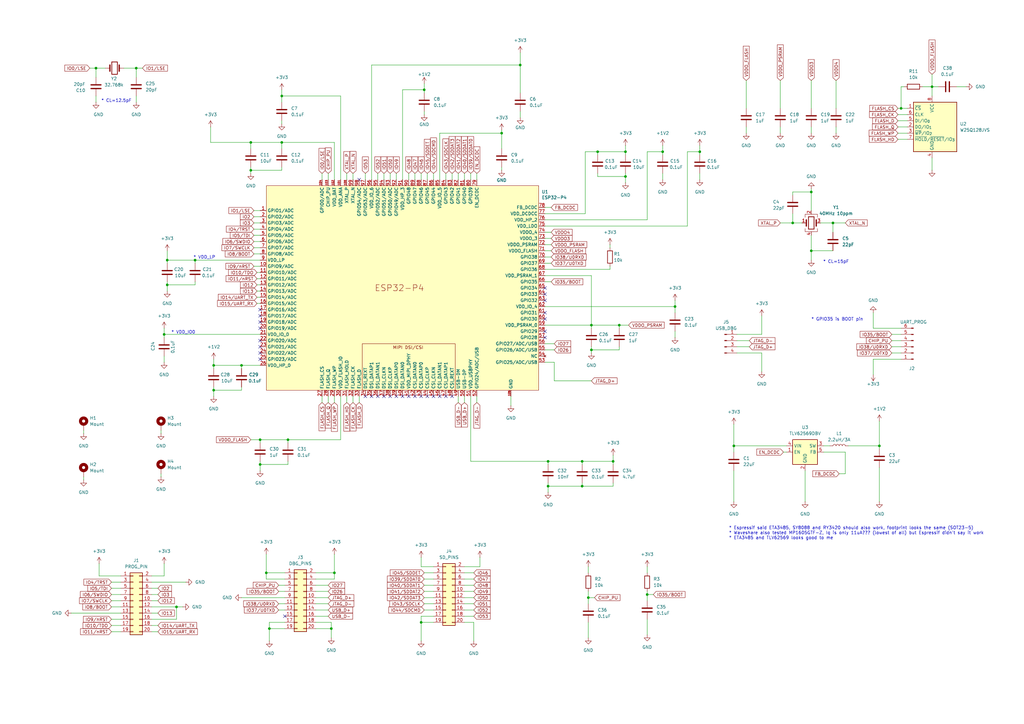
<source format=kicad_sch>
(kicad_sch (version 20250114) (generator "eeschema") (generator_version "9.0")
  (paper "A3")
  (title_block (title "Soul Probe") (date "2025-11-28") (rev "0.1") (company "By Jackson Ming Hu <huming2207@gmail.com> Copright (C) 2025 ") (comment 1 "Strictly no resell or commerical uses unless authorised by the author"))
  (text "* GPIO35 is BOOT pin" (at 343.408 131.064 0) (effects (font (size 1.27 1.27))))
  (text "* Espressif said ETA3485, SY8088 and RY3420 should also work, footprint looks the same (SOT23-5)\n* Waveshare also tested MP1605GTF-Z, Iq is only 11uA??? (lowest of all) but Espressif didn't say it work\n* ETA3485 and TLV62569 looks good to me" (at 298.958 218.694 0) (effects (font (size 1.27 1.27)) (justify left)))
  (text "* CL=12.5pF\n" (at 47.752 41.402 0) (effects (font (size 1.27 1.27))))
  (text "* CL=15pF\n" (at 342.9 107.442 0) (effects (font (size 1.27 1.27))))
  (text "* VDD_LP\n" (at 83.82 105.664 0) (effects (font (size 1.27 1.27))))
  (text "* VDD_IO0" (at 75.184 136.398 0) (effects (font (size 1.27 1.27))))
  (junction (at 256.54 72.39))
  (junction (at 110.49 257.81))
  (junction (at 135.89 257.81))
  (junction (at 271.78 62.23))
  (junction (at 300.99 182.88))
  (junction (at 102.87 69.85))
  (junction (at 241.3 245.11))
  (junction (at 332.74 78.74))
  (junction (at 245.11 62.23))
  (junction (at 251.46 189.23))
  (junction (at 106.68 180.34))
  (junction (at 205.74 54.61))
  (junction (at 67.31 137.16))
  (junction (at 238.76 199.39))
  (junction (at 224.79 199.39))
  (junction (at 265.43 243.84))
  (junction (at 276.86 125.73))
  (junction (at 99.06 149.86))
  (junction (at 341.63 91.44))
  (junction (at 68.58 116.84))
  (junction (at 39.37 27.94))
  (junction (at 87.63 160.02))
  (junction (at 118.11 180.34))
  (junction (at 106.68 190.5))
  (junction (at 382.27 35.56))
  (junction (at 55.88 27.94))
  (junction (at 173.99 36.83))
  (junction (at 213.36 26.67))
  (junction (at 224.79 189.23))
  (junction (at 242.57 143.51))
  (junction (at 68.58 106.68))
  (junction (at 369.57 44.45))
  (junction (at 332.74 102.87))
  (junction (at 242.57 133.35))
  (junction (at 72.39 248.92))
  (junction (at 360.68 182.88))
  (junction (at 87.63 149.86))
  (junction (at 325.12 91.44))
  (junction (at 80.01 106.68))
  (junction (at 287.02 62.23))
  (junction (at 172.72 255.27))
  (junction (at 115.57 39.37))
  (junction (at 115.57 58.42))
  (junction (at 137.16 234.95))
  (junction (at 109.22 234.95))
  (junction (at 256.54 62.23))
  (junction (at 238.76 189.23))
  (junction (at 102.87 58.42))
  (junction (at 254 133.35))
  (no_connect (at 106.68 139.7))
  (no_connect (at 223.52 123.19))
  (no_connect (at 147.32 73.66))
  (no_connect (at 223.52 120.65))
  (no_connect (at 160.02 162.56))
  (no_connect (at 182.88 162.56))
  (no_connect (at 223.52 128.27))
  (no_connect (at 177.8 162.56))
  (no_connect (at 167.64 162.56))
  (no_connect (at 180.34 162.56))
  (no_connect (at 223.52 135.89))
  (no_connect (at 175.26 162.56))
  (no_connect (at 157.48 162.56))
  (no_connect (at 223.52 130.81))
  (no_connect (at 162.56 162.56))
  (no_connect (at 185.42 162.56))
  (no_connect (at 106.68 142.24))
  (no_connect (at 106.68 129.54))
  (no_connect (at 223.52 118.11))
  (no_connect (at 106.68 144.78))
  (no_connect (at 106.68 134.62))
  (no_connect (at 223.52 138.43))
  (no_connect (at 165.1 162.56))
  (no_connect (at 116.84 252.73))
  (no_connect (at 106.68 147.32))
  (no_connect (at 106.68 132.08))
  (no_connect (at 149.86 162.56))
  (no_connect (at 170.18 162.56))
  (no_connect (at 152.4 162.56))
  (no_connect (at 172.72 162.56))
  (no_connect (at 154.94 162.56))
  (no_connect (at 106.68 127))
  (wire (pts (xy 149.86 71.12) (xy 149.86 73.66)))
  (wire (pts (xy 194.31 237.49) (xy 190.5 237.49)))
  (wire (pts (xy 177.8 255.27) (xy 172.72 255.27)))
  (wire (pts (xy 369.57 147.32) (xy 358.14 147.32)))
  (wire (pts (xy 368.3 54.61) (xy 372.11 54.61)))
  (wire (pts (xy 370.84 35.56) (xy 369.57 35.56)))
  (wire (pts (xy 332.74 102.87) (xy 341.63 102.87)))
  (wire (pts (xy 104.14 104.14) (xy 106.68 104.14)))
  (wire (pts (xy 194.31 242.57) (xy 190.5 242.57)))
  (wire (pts (xy 115.57 39.37) (xy 139.7 39.37)))
  (wire (pts (xy 224.79 190.5) (xy 224.79 189.23)))
  (wire (pts (xy 142.24 71.12) (xy 142.24 73.66)))
  (wire (pts (xy 190.5 71.12) (xy 190.5 73.66)))
  (wire (pts (xy 223.52 90.17) (xy 265.43 90.17)))
  (wire (pts (xy 196.85 228.6) (xy 196.85 232.41)))
  (wire (pts (xy 287.02 59.69) (xy 287.02 62.23)))
  (wire (pts (xy 251.46 199.39) (xy 251.46 198.12)))
  (wire (pts (xy 187.96 165.1) (xy 187.96 162.56)))
  (wire (pts (xy 226.06 102.87) (xy 223.52 102.87)))
  (wire (pts (xy 195.58 165.1) (xy 195.58 162.56)))
  (wire (pts (xy 154.94 71.12) (xy 154.94 73.66)))
  (wire (pts (xy 382.27 35.56) (xy 382.27 39.37)))
  (wire (pts (xy 99.06 158.75) (xy 99.06 160.02)))
  (wire (pts (xy 62.23 241.3) (xy 64.77 241.3)))
  (wire (pts (xy 271.78 62.23) (xy 271.78 63.5)))
  (wire (pts (xy 300.99 182.88) (xy 322.58 182.88)))
  (wire (pts (xy 172.72 71.12) (xy 172.72 73.66)))
  (wire (pts (xy 193.04 189.23) (xy 224.79 189.23)))
  (wire (pts (xy 242.57 133.35) (xy 254 133.35)))
  (wire (pts (xy 213.36 26.67) (xy 213.36 38.1)))
  (wire (pts (xy 193.04 162.56) (xy 193.04 189.23)))
  (wire (pts (xy 227.33 140.97) (xy 223.52 140.97)))
  (wire (pts (xy 134.62 242.57) (xy 129.54 242.57)))
  (wire (pts (xy 325.12 80.01) (xy 325.12 78.74)))
  (wire (pts (xy 265.43 90.17) (xy 265.43 62.23)))
  (wire (pts (xy 190.5 255.27) (xy 194.31 255.27)))
  (wire (pts (xy 99.06 245.11) (xy 116.84 245.11)))
  (wire (pts (xy 144.78 71.12) (xy 144.78 73.66)))
  (wire (pts (xy 172.72 232.41) (xy 177.8 232.41)))
  (wire (pts (xy 276.86 123.19) (xy 276.86 125.73)))
  (wire (pts (xy 265.43 232.41) (xy 265.43 234.95)))
  (wire (pts (xy 312.42 129.54) (xy 312.42 137.16)))
  (wire (pts (xy 336.55 91.44) (xy 341.63 91.44)))
  (wire (pts (xy 265.43 254) (xy 265.43 260.35)))
  (wire (pts (xy 118.11 190.5) (xy 106.68 190.5)))
  (wire (pts (xy 346.71 185.42) (xy 337.82 185.42)))
  (wire (pts (xy 369.57 139.7) (xy 365.76 139.7)))
  (wire (pts (xy 135.89 257.81) (xy 135.89 261.62)))
  (wire (pts (xy 104.14 99.06) (xy 106.68 99.06)))
  (wire (pts (xy 39.37 39.37) (xy 39.37 41.91)))
  (wire (pts (xy 194.31 240.03) (xy 190.5 240.03)))
  (wire (pts (xy 137.16 237.49) (xy 129.54 237.49)))
  (wire (pts (xy 346.71 194.31) (xy 346.71 185.42)))
  (wire (pts (xy 66.04 177.8) (xy 66.04 176.53)))
  (wire (pts (xy 382.27 64.77) (xy 382.27 69.85)))
  (wire (pts (xy 68.58 115.57) (xy 68.58 116.84)))
  (wire (pts (xy 382.27 35.56) (xy 384.81 35.56)))
  (wire (pts (xy 271.78 59.69) (xy 271.78 62.23)))
  (wire (pts (xy 67.31 236.22) (xy 67.31 231.14)))
  (wire (pts (xy 45.72 241.3) (xy 49.53 241.3)))
  (wire (pts (xy 378.46 35.56) (xy 382.27 35.56)))
  (wire (pts (xy 162.56 71.12) (xy 162.56 73.66)))
  (wire (pts (xy 134.62 245.11) (xy 129.54 245.11)))
  (wire (pts (xy 175.26 71.12) (xy 175.26 73.66)))
  (wire (pts (xy 320.04 33.02) (xy 320.04 44.45)))
  (wire (pts (xy 105.41 121.92) (xy 106.68 121.92)))
  (wire (pts (xy 62.23 238.76) (xy 76.2 238.76)))
  (wire (pts (xy 68.58 106.68) (xy 80.01 106.68)))
  (wire (pts (xy 40.64 236.22) (xy 49.53 236.22)))
  (wire (pts (xy 194.31 250.19) (xy 190.5 250.19)))
  (wire (pts (xy 137.16 165.1) (xy 137.16 162.56)))
  (wire (pts (xy 312.42 144.78) (xy 312.42 152.4)))
  (wire (pts (xy 332.74 33.02) (xy 332.74 44.45)))
  (wire (pts (xy 240.03 87.63) (xy 240.03 62.23)))
  (wire (pts (xy 45.72 259.08) (xy 49.53 259.08)))
  (wire (pts (xy 276.86 135.89) (xy 276.86 138.43)))
  (wire (pts (xy 193.04 71.12) (xy 193.04 73.66)))
  (wire (pts (xy 39.37 27.94) (xy 43.18 27.94)))
  (wire (pts (xy 238.76 199.39) (xy 251.46 199.39)))
  (wire (pts (xy 105.41 116.84) (xy 106.68 116.84)))
  (wire (pts (xy 173.99 36.83) (xy 173.99 38.1)))
  (wire (pts (xy 173.99 46.99) (xy 173.99 45.72)))
  (wire (pts (xy 102.87 180.34) (xy 106.68 180.34)))
  (wire (pts (xy 80.01 115.57) (xy 80.01 116.84)))
  (wire (pts (xy 87.63 149.86) (xy 99.06 149.86)))
  (wire (pts (xy 250.19 110.49) (xy 250.19 109.22)))
  (wire (pts (xy 129.54 234.95) (xy 137.16 234.95)))
  (wire (pts (xy 172.72 252.73) (xy 177.8 252.73)))
  (wire (pts (xy 242.57 142.24) (xy 242.57 143.51)))
  (wire (pts (xy 105.41 111.76) (xy 106.68 111.76)))
  (wire (pts (xy 205.74 53.34) (xy 205.74 54.61)))
  (wire (pts (xy 173.99 245.11) (xy 177.8 245.11)))
  (wire (pts (xy 256.54 71.12) (xy 256.54 72.39)))
  (wire (pts (xy 135.89 255.27) (xy 135.89 257.81)))
  (wire (pts (xy 137.16 227.33) (xy 137.16 234.95)))
  (wire (pts (xy 254 133.35) (xy 257.81 133.35)))
  (wire (pts (xy 86.36 52.07) (xy 86.36 58.42)))
  (wire (pts (xy 224.79 199.39) (xy 224.79 201.93)))
  (wire (pts (xy 110.49 255.27) (xy 116.84 255.27)))
  (wire (pts (xy 68.58 116.84) (xy 80.01 116.84)))
  (wire (pts (xy 110.49 257.81) (xy 110.49 262.89)))
  (wire (pts (xy 382.27 35.56) (xy 382.27 30.48)))
  (wire (pts (xy 29.21 251.46) (xy 49.53 251.46)))
  (wire (pts (xy 240.03 62.23) (xy 245.11 62.23)))
  (wire (pts (xy 227.33 156.21) (xy 227.33 148.59)))
  (wire (pts (xy 223.52 133.35) (xy 242.57 133.35)))
  (wire (pts (xy 109.22 237.49) (xy 109.22 234.95)))
  (wire (pts (xy 102.87 68.58) (xy 102.87 69.85)))
  (wire (pts (xy 342.9 54.61) (xy 342.9 52.07)))
  (wire (pts (xy 134.62 252.73) (xy 129.54 252.73)))
  (wire (pts (xy 256.54 59.69) (xy 256.54 62.23)))
  (wire (pts (xy 67.31 138.43) (xy 67.31 137.16)))
  (wire (pts (xy 213.36 45.72) (xy 213.36 48.26)))
  (wire (pts (xy 251.46 186.69) (xy 251.46 189.23)))
  (wire (pts (xy 224.79 199.39) (xy 238.76 199.39)))
  (wire (pts (xy 115.57 36.83) (xy 115.57 39.37)))
  (wire (pts (xy 58.42 27.94) (xy 55.88 27.94)))
  (wire (pts (xy 114.3 247.65) (xy 116.84 247.65)))
  (wire (pts (xy 241.3 255.27) (xy 241.3 261.62)))
  (wire (pts (xy 242.57 134.62) (xy 242.57 133.35)))
  (wire (pts (xy 223.52 125.73) (xy 276.86 125.73)))
  (wire (pts (xy 105.41 124.46) (xy 106.68 124.46)))
  (wire (pts (xy 34.29 196.85) (xy 34.29 195.58)))
  (wire (pts (xy 196.85 232.41) (xy 190.5 232.41)))
  (wire (pts (xy 332.74 102.87) (xy 332.74 106.68)))
  (wire (pts (xy 62.23 248.92) (xy 72.39 248.92)))
  (wire (pts (xy 102.87 60.96) (xy 102.87 58.42)))
  (wire (pts (xy 62.23 246.38) (xy 64.77 246.38)))
  (wire (pts (xy 80.01 106.68) (xy 106.68 106.68)))
  (wire (pts (xy 205.74 54.61) (xy 205.74 60.96)))
  (wire (pts (xy 105.41 119.38) (xy 106.68 119.38)))
  (wire (pts (xy 209.55 162.56) (xy 209.55 166.37)))
  (wire (pts (xy 45.72 243.84) (xy 49.53 243.84)))
  (wire (pts (xy 134.62 240.03) (xy 129.54 240.03)))
  (wire (pts (xy 104.14 88.9) (xy 106.68 88.9)))
  (wire (pts (xy 360.68 191.77) (xy 360.68 205.74)))
  (wire (pts (xy 106.68 190.5) (xy 106.68 193.04)))
  (wire (pts (xy 223.52 113.03) (xy 242.57 113.03)))
  (wire (pts (xy 114.3 240.03) (xy 116.84 240.03)))
  (wire (pts (xy 177.8 71.12) (xy 177.8 73.66)))
  (wire (pts (xy 157.48 71.12) (xy 157.48 73.66)))
  (wire (pts (xy 223.52 95.25) (xy 226.06 95.25)))
  (wire (pts (xy 368.3 52.07) (xy 372.11 52.07)))
  (wire (pts (xy 104.14 93.98) (xy 106.68 93.98)))
  (wire (pts (xy 251.46 189.23) (xy 251.46 190.5)))
  (wire (pts (xy 104.14 96.52) (xy 106.68 96.52)))
  (wire (pts (xy 369.57 35.56) (xy 369.57 44.45)))
  (wire (pts (xy 368.3 57.15) (xy 372.11 57.15)))
  (wire (pts (xy 195.58 71.12) (xy 195.58 73.66)))
  (wire (pts (xy 39.37 27.94) (xy 39.37 31.75)))
  (wire (pts (xy 341.63 91.44) (xy 341.63 95.25)))
  (wire (pts (xy 170.18 71.12) (xy 170.18 73.66)))
  (wire (pts (xy 242.57 156.21) (xy 227.33 156.21)))
  (wire (pts (xy 276.86 125.73) (xy 276.86 128.27)))
  (wire (pts (xy 137.16 58.42) (xy 137.16 73.66)))
  (wire (pts (xy 99.06 149.86) (xy 106.68 149.86)))
  (wire (pts (xy 87.63 147.32) (xy 87.63 149.86)))
  (wire (pts (xy 87.63 158.75) (xy 87.63 160.02)))
  (wire (pts (xy 173.99 247.65) (xy 177.8 247.65)))
  (wire (pts (xy 325.12 87.63) (xy 325.12 91.44)))
  (wire (pts (xy 137.16 234.95) (xy 137.16 237.49)))
  (wire (pts (xy 271.78 71.12) (xy 271.78 73.66)))
  (wire (pts (xy 142.24 165.1) (xy 142.24 162.56)))
  (wire (pts (xy 332.74 96.52) (xy 332.74 102.87)))
  (wire (pts (xy 245.11 62.23) (xy 245.11 63.5)))
  (wire (pts (xy 245.11 72.39) (xy 256.54 72.39)))
  (wire (pts (xy 241.3 242.57) (xy 241.3 245.11)))
  (wire (pts (xy 55.88 39.37) (xy 55.88 41.91)))
  (wire (pts (xy 185.42 71.12) (xy 185.42 73.66)))
  (wire (pts (xy 173.99 34.29) (xy 173.99 36.83)))
  (wire (pts (xy 172.72 252.73) (xy 172.72 255.27)))
  (wire (pts (xy 99.06 160.02) (xy 87.63 160.02)))
  (wire (pts (xy 369.57 137.16) (xy 365.76 137.16)))
  (wire (pts (xy 187.96 71.12) (xy 187.96 73.66)))
  (wire (pts (xy 173.99 250.19) (xy 177.8 250.19)))
  (wire (pts (xy 72.39 254) (xy 72.39 248.92)))
  (wire (pts (xy 34.29 177.8) (xy 34.29 176.53)))
  (wire (pts (xy 180.34 54.61) (xy 180.34 73.66)))
  (wire (pts (xy 344.17 194.31) (xy 346.71 194.31)))
  (wire (pts (xy 340.36 182.88) (xy 337.82 182.88)))
  (wire (pts (xy 110.49 257.81) (xy 116.84 257.81)))
  (wire (pts (xy 173.99 36.83) (xy 165.1 36.83)))
  (wire (pts (xy 265.43 242.57) (xy 265.43 243.84)))
  (wire (pts (xy 62.23 243.84) (xy 64.77 243.84)))
  (wire (pts (xy 110.49 255.27) (xy 110.49 257.81)))
  (wire (pts (xy 36.83 27.94) (xy 39.37 27.94)))
  (wire (pts (xy 115.57 39.37) (xy 115.57 41.91)))
  (wire (pts (xy 172.72 228.6) (xy 172.72 232.41)))
  (wire (pts (xy 320.04 54.61) (xy 320.04 52.07)))
  (wire (pts (xy 325.12 78.74) (xy 332.74 78.74)))
  (wire (pts (xy 281.94 92.71) (xy 281.94 62.23)))
  (wire (pts (xy 330.2 193.04) (xy 330.2 205.74)))
  (wire (pts (xy 245.11 71.12) (xy 245.11 72.39)))
  (wire (pts (xy 300.99 185.42) (xy 300.99 182.88)))
  (wire (pts (xy 241.3 234.95) (xy 241.3 232.41)))
  (wire (pts (xy 62.23 256.54) (xy 64.77 256.54)))
  (wire (pts (xy 302.26 139.7) (xy 307.34 139.7)))
  (wire (pts (xy 106.68 189.23) (xy 106.68 190.5)))
  (wire (pts (xy 226.06 107.95) (xy 223.52 107.95)))
  (wire (pts (xy 132.08 165.1) (xy 132.08 162.56)))
  (wire (pts (xy 134.62 250.19) (xy 129.54 250.19)))
  (wire (pts (xy 256.54 63.5) (xy 256.54 62.23)))
  (wire (pts (xy 238.76 189.23) (xy 238.76 190.5)))
  (wire (pts (xy 369.57 134.62) (xy 358.14 134.62)))
  (wire (pts (xy 62.23 254) (xy 72.39 254)))
  (wire (pts (xy 306.07 33.02) (xy 306.07 44.45)))
  (wire (pts (xy 129.54 257.81) (xy 135.89 257.81)))
  (wire (pts (xy 238.76 199.39) (xy 238.76 198.12)))
  (wire (pts (xy 241.3 245.11) (xy 241.3 247.65)))
  (wire (pts (xy 368.3 44.45) (xy 369.57 44.45)))
  (wire (pts (xy 40.64 231.14) (xy 40.64 236.22)))
  (wire (pts (xy 102.87 69.85) (xy 115.57 69.85)))
  (wire (pts (xy 118.11 180.34) (xy 118.11 181.61)))
  (wire (pts (xy 194.31 247.65) (xy 190.5 247.65)))
  (wire (pts (xy 224.79 189.23) (xy 238.76 189.23)))
  (wire (pts (xy 118.11 180.34) (xy 139.7 180.34)))
  (wire (pts (xy 182.88 71.12) (xy 182.88 73.66)))
  (wire (pts (xy 223.52 110.49) (xy 250.19 110.49)))
  (wire (pts (xy 68.58 106.68) (xy 68.58 107.95)))
  (wire (pts (xy 223.52 97.79) (xy 226.06 97.79)))
  (wire (pts (xy 152.4 26.67) (xy 152.4 73.66)))
  (wire (pts (xy 341.63 91.44) (xy 346.71 91.44)))
  (wire (pts (xy 281.94 62.23) (xy 287.02 62.23)))
  (wire (pts (xy 242.57 143.51) (xy 242.57 144.78)))
  (wire (pts (xy 116.84 237.49) (xy 109.22 237.49)))
  (wire (pts (xy 45.72 248.92) (xy 49.53 248.92)))
  (wire (pts (xy 226.06 115.57) (xy 223.52 115.57)))
  (wire (pts (xy 265.43 62.23) (xy 271.78 62.23)))
  (wire (pts (xy 87.63 160.02) (xy 87.63 162.56)))
  (wire (pts (xy 104.14 101.6) (xy 106.68 101.6)))
  (wire (pts (xy 242.57 113.03) (xy 242.57 133.35)))
  (wire (pts (xy 80.01 106.68) (xy 80.01 107.95)))
  (wire (pts (xy 223.52 87.63) (xy 240.03 87.63)))
  (wire (pts (xy 254 133.35) (xy 254 134.62)))
  (wire (pts (xy 115.57 58.42) (xy 115.57 60.96)))
  (wire (pts (xy 300.99 173.99) (xy 300.99 182.88)))
  (wire (pts (xy 224.79 198.12) (xy 224.79 199.39)))
  (wire (pts (xy 241.3 245.11) (xy 243.84 245.11)))
  (wire (pts (xy 173.99 242.57) (xy 177.8 242.57)))
  (wire (pts (xy 105.41 114.3) (xy 106.68 114.3)))
  (wire (pts (xy 139.7 39.37) (xy 139.7 73.66)))
  (wire (pts (xy 254 143.51) (xy 242.57 143.51)))
  (wire (pts (xy 102.87 69.85) (xy 102.87 71.12)))
  (wire (pts (xy 55.88 27.94) (xy 55.88 31.75)))
  (wire (pts (xy 223.52 92.71) (xy 281.94 92.71)))
  (wire (pts (xy 147.32 165.1) (xy 147.32 162.56)))
  (wire (pts (xy 194.31 234.95) (xy 190.5 234.95)))
  (wire (pts (xy 226.06 105.41) (xy 223.52 105.41)))
  (wire (pts (xy 67.31 134.62) (xy 67.31 137.16)))
  (wire (pts (xy 213.36 21.59) (xy 213.36 26.67)))
  (wire (pts (xy 109.22 227.33) (xy 109.22 234.95)))
  (wire (pts (xy 360.68 182.88) (xy 360.68 184.15)))
  (wire (pts (xy 320.04 91.44) (xy 325.12 91.44)))
  (wire (pts (xy 287.02 62.23) (xy 287.02 63.5)))
  (wire (pts (xy 312.42 137.16) (xy 302.26 137.16)))
  (wire (pts (xy 87.63 149.86) (xy 87.63 151.13)))
  (wire (pts (xy 129.54 255.27) (xy 135.89 255.27)))
  (wire (pts (xy 256.54 72.39) (xy 256.54 74.93)))
  (wire (pts (xy 132.08 71.12) (xy 132.08 73.66)))
  (wire (pts (xy 369.57 144.78) (xy 365.76 144.78)))
  (wire (pts (xy 104.14 91.44) (xy 106.68 91.44)))
  (wire (pts (xy 115.57 49.53) (xy 115.57 50.8)))
  (wire (pts (xy 205.74 54.61) (xy 180.34 54.61)))
  (wire (pts (xy 360.68 172.72) (xy 360.68 182.88)))
  (wire (pts (xy 134.62 247.65) (xy 129.54 247.65)))
  (wire (pts (xy 332.74 54.61) (xy 332.74 52.07)))
  (wire (pts (xy 213.36 26.67) (xy 152.4 26.67)))
  (wire (pts (xy 139.7 180.34) (xy 139.7 162.56)))
  (wire (pts (xy 144.78 165.1) (xy 144.78 162.56)))
  (wire (pts (xy 115.57 58.42) (xy 137.16 58.42)))
  (wire (pts (xy 67.31 148.59) (xy 67.31 146.05)))
  (wire (pts (xy 368.3 46.99) (xy 372.11 46.99)))
  (wire (pts (xy 265.43 243.84) (xy 267.97 243.84)))
  (wire (pts (xy 226.06 100.33) (xy 223.52 100.33)))
  (wire (pts (xy 45.72 256.54) (xy 49.53 256.54)))
  (wire (pts (xy 104.14 86.36) (xy 106.68 86.36)))
  (wire (pts (xy 227.33 143.51) (xy 223.52 143.51)))
  (wire (pts (xy 45.72 238.76) (xy 49.53 238.76)))
  (wire (pts (xy 114.3 242.57) (xy 116.84 242.57)))
  (wire (pts (xy 194.31 255.27) (xy 194.31 262.89)))
  (wire (pts (xy 265.43 243.84) (xy 265.43 246.38)))
  (wire (pts (xy 102.87 58.42) (xy 115.57 58.42)))
  (wire (pts (xy 67.31 137.16) (xy 106.68 137.16)))
  (wire (pts (xy 68.58 102.87) (xy 68.58 106.68)))
  (wire (pts (xy 118.11 180.34) (xy 106.68 180.34)))
  (wire (pts (xy 369.57 142.24) (xy 365.76 142.24)))
  (wire (pts (xy 245.11 62.23) (xy 256.54 62.23)))
  (wire (pts (xy 306.07 54.61) (xy 306.07 52.07)))
  (wire (pts (xy 332.74 77.47) (xy 332.74 78.74)))
  (wire (pts (xy 118.11 189.23) (xy 118.11 190.5)))
  (wire (pts (xy 321.31 185.42) (xy 322.58 185.42)))
  (wire (pts (xy 160.02 71.12) (xy 160.02 73.66)))
  (wire (pts (xy 114.3 250.19) (xy 116.84 250.19)))
  (wire (pts (xy 109.22 234.95) (xy 116.84 234.95)))
  (wire (pts (xy 250.19 100.33) (xy 250.19 101.6)))
  (wire (pts (xy 392.43 35.56) (xy 396.24 35.56)))
  (wire (pts (xy 45.72 254) (xy 49.53 254)))
  (wire (pts (xy 226.06 85.09) (xy 223.52 85.09)))
  (wire (pts (xy 205.74 68.58) (xy 205.74 69.85)))
  (wire (pts (xy 302.26 142.24) (xy 307.34 142.24)))
  (wire (pts (xy 194.31 245.11) (xy 190.5 245.11)))
  (wire (pts (xy 134.62 71.12) (xy 134.62 73.66)))
  (wire (pts (xy 86.36 58.42) (xy 102.87 58.42)))
  (wire (pts (xy 190.5 165.1) (xy 190.5 162.56)))
  (wire (pts (xy 50.8 27.94) (xy 55.88 27.94)))
  (wire (pts (xy 99.06 149.86) (xy 99.06 151.13)))
  (wire (pts (xy 358.14 147.32) (xy 358.14 153.67)))
  (wire (pts (xy 45.72 246.38) (xy 49.53 246.38)))
  (wire (pts (xy 165.1 36.83) (xy 165.1 73.66)))
  (wire (pts (xy 72.39 248.92) (xy 74.93 248.92)))
  (wire (pts (xy 302.26 144.78) (xy 312.42 144.78)))
  (wire (pts (xy 66.04 195.58) (xy 66.04 194.31)))
  (wire (pts (xy 62.23 259.08) (xy 64.77 259.08)))
  (wire (pts (xy 287.02 71.12) (xy 287.02 73.66)))
  (wire (pts (xy 332.74 78.74) (xy 332.74 86.36)))
  (wire (pts (xy 300.99 193.04) (xy 300.99 205.74)))
  (wire (pts (xy 368.3 49.53) (xy 372.11 49.53)))
  (wire (pts (xy 172.72 255.27) (xy 172.72 262.89)))
  (wire (pts (xy 254 142.24) (xy 254 143.51)))
  (wire (pts (xy 227.33 148.59) (xy 223.52 148.59)))
  (wire (pts (xy 173.99 240.03) (xy 177.8 240.03)))
  (wire (pts (xy 62.23 236.22) (xy 67.31 236.22)))
  (wire (pts (xy 238.76 189.23) (xy 251.46 189.23)))
  (wire (pts (xy 342.9 33.02) (xy 342.9 44.45)))
  (wire (pts (xy 194.31 252.73) (xy 190.5 252.73)))
  (wire (pts (xy 325.12 91.44) (xy 328.93 91.44)))
  (wire (pts (xy 106.68 180.34) (xy 106.68 181.61)))
  (wire (pts (xy 115.57 68.58) (xy 115.57 69.85)))
  (wire (pts (xy 62.23 251.46) (xy 64.77 251.46)))
  (wire (pts (xy 173.99 234.95) (xy 177.8 234.95)))
  (wire (pts (xy 347.98 182.88) (xy 360.68 182.88)))
  (wire (pts (xy 134.62 165.1) (xy 134.62 162.56)))
  (wire (pts (xy 68.58 116.84) (xy 68.58 119.38)))
  (wire (pts (xy 369.57 44.45) (xy 372.11 44.45)))
  (wire (pts (xy 104.14 109.22) (xy 106.68 109.22)))
  (wire (pts (xy 358.14 134.62) (xy 358.14 128.27)))
  (wire (pts (xy 173.99 237.49) (xy 177.8 237.49)))
  (wire (pts (xy 167.64 71.12) (xy 167.64 73.66)))
  (global_label "IO41{slash}SDDAT2" (shape input) (at 173.99 242.57 180) (property "Intersheetrefs" "${INTERSHEET_REFS}" (effects (hide yes))))
  (global_label "IO11{slash}nRST" (shape input) (at 105.41 114.3 180) (property "Intersheetrefs" "${INTERSHEET_REFS}" (effects (hide yes))))
  (global_label "IO42{slash}SDDAT3" (shape input) (at 185.42 71.12 90) (property "Intersheetrefs" "${INTERSHEET_REFS}" (effects (hide yes))))
  (global_label "IO5{slash}TDI" (shape input) (at 45.72 241.3 180) (property "Intersheetrefs" "${INTERSHEET_REFS}" (effects (hide yes))))
  (global_label "VDDO4" (shape input) (at 342.9 33.02 90) (property "Intersheetrefs" "${INTERSHEET_REFS}" (effects (hide yes))))
  (global_label "FLASH_Q" (shape input) (at 134.62 165.1 270) (property "Intersheetrefs" "${INTERSHEET_REFS}" (effects (hide yes))))
  (global_label "VDDO3" (shape input) (at 332.74 33.02 90) (property "Intersheetrefs" "${INTERSHEET_REFS}" (effects (hide yes))))
  (global_label "IO39{slash}SDDAT0" (shape input) (at 173.99 237.49 180) (property "Intersheetrefs" "${INTERSHEET_REFS}" (effects (hide yes))))
  (global_label "IO0{slash}LSE" (shape input) (at 132.08 71.12 90) (property "Intersheetrefs" "${INTERSHEET_REFS}" (effects (hide yes))))
  (global_label "IO37{slash}U0TXD" (shape input) (at 114.3 250.19 180) (property "Intersheetrefs" "${INTERSHEET_REFS}" (effects (hide yes))))
  (global_label "VDDO_FLASH" (shape input) (at 382.27 30.48 90) (property "Intersheetrefs" "${INTERSHEET_REFS}" (effects (hide yes))))
  (global_label "IO10{slash}TDO" (shape input) (at 105.41 111.76 180) (property "Intersheetrefs" "${INTERSHEET_REFS}" (effects (hide yes))))
  (global_label "IO44{slash}SDCMD" (shape input) (at 177.8 71.12 90) (property "Intersheetrefs" "${INTERSHEET_REFS}" (effects (hide yes))))
  (global_label "IO35{slash}BOOT" (shape input) (at 365.76 137.16 180) (property "Intersheetrefs" "${INTERSHEET_REFS}" (effects (hide yes))))
  (global_label "IO44{slash}SDCMD" (shape input) (at 173.99 250.19 180) (property "Intersheetrefs" "${INTERSHEET_REFS}" (effects (hide yes))))
  (global_label "IO5{slash}TDI" (shape input) (at 104.14 96.52 180) (property "Intersheetrefs" "${INTERSHEET_REFS}" (effects (hide yes))))
  (global_label "FLASH_HD" (shape input) (at 142.24 165.1 270) (property "Intersheetrefs" "${INTERSHEET_REFS}" (effects (hide yes))))
  (global_label "IO37{slash}U0TXD" (shape input) (at 365.76 144.78 180) (property "Intersheetrefs" "${INTERSHEET_REFS}" (effects (hide yes))))
  (global_label "CHIP_PU" (shape input) (at 114.3 240.03 180) (property "Intersheetrefs" "${INTERSHEET_REFS}" (effects (hide yes))))
  (global_label "FLASH_D" (shape input) (at 147.32 165.1 270) (property "Intersheetrefs" "${INTERSHEET_REFS}" (effects (hide yes))))
  (global_label "IO37{slash}U0TXD" (shape input) (at 226.06 107.95 0) (property "Intersheetrefs" "${INTERSHEET_REFS}" (effects (hide yes))))
  (global_label "FLASH_CK" (shape input) (at 368.3 46.99 180) (property "Intersheetrefs" "${INTERSHEET_REFS}" (effects (hide yes))))
  (global_label "CHIP_PU" (shape input) (at 365.76 139.7 180) (property "Intersheetrefs" "${INTERSHEET_REFS}" (effects (hide yes))))
  (global_label "IO2" (shape input) (at 104.14 88.9 180) (property "Intersheetrefs" "${INTERSHEET_REFS}" (effects (hide yes))))
  (global_label "FLASH_CK" (shape input) (at 144.78 165.1 270) (property "Intersheetrefs" "${INTERSHEET_REFS}" (effects (hide yes))))
  (global_label "USB_D-" (shape input) (at 187.96 165.1 270) (property "Intersheetrefs" "${INTERSHEET_REFS}" (effects (hide yes))))
  (global_label "IO9{slash}nRST" (shape input) (at 45.72 254 180) (property "Intersheetrefs" "${INTERSHEET_REFS}" (effects (hide yes))))
  (global_label "IO40{slash}SDDAT1" (shape input) (at 190.5 71.12 90) (property "Intersheetrefs" "${INTERSHEET_REFS}" (effects (hide yes))))
  (global_label "VDDO3" (shape input) (at 226.06 97.79 0) (property "Intersheetrefs" "${INTERSHEET_REFS}" (effects (hide yes))))
  (global_label "USB_D+" (shape input) (at 134.62 250.19 0) (property "Intersheetrefs" "${INTERSHEET_REFS}" (effects (hide yes))))
  (global_label "IO43{slash}SDCLK" (shape input) (at 182.88 71.12 90) (property "Intersheetrefs" "${INTERSHEET_REFS}" (effects (hide yes))))
  (global_label "CHIP_PU" (shape input) (at 134.62 71.12 90) (property "Intersheetrefs" "${INTERSHEET_REFS}" (effects (hide yes))))
  (global_label "CHIP_PU" (shape input) (at 243.84 245.11 0) (property "Intersheetrefs" "${INTERSHEET_REFS}" (effects (hide yes))))
  (global_label "IO10{slash}TDO" (shape input) (at 45.72 256.54 180) (property "Intersheetrefs" "${INTERSHEET_REFS}" (effects (hide yes))))
  (global_label "JTAG_D+" (shape input) (at 134.62 245.11 0) (property "Intersheetrefs" "${INTERSHEET_REFS}" (effects (hide yes))))
  (global_label "FLASH_WP" (shape input) (at 368.3 54.61 180) (property "Intersheetrefs" "${INTERSHEET_REFS}" (effects (hide yes))))
  (global_label "IO38{slash}U0RXD" (shape input) (at 365.76 142.24 180) (property "Intersheetrefs" "${INTERSHEET_REFS}" (effects (hide yes))))
  (global_label "JTAG_D+" (shape input) (at 307.34 142.24 0) (property "Intersheetrefs" "${INTERSHEET_REFS}" (effects (hide yes))))
  (global_label "XTAL_N" (shape input) (at 144.78 71.12 90) (property "Intersheetrefs" "${INTERSHEET_REFS}" (effects (hide yes))))
  (global_label "IO1{slash}LSE" (shape input) (at 104.14 86.36 180) (property "Intersheetrefs" "${INTERSHEET_REFS}" (effects (hide yes))))
  (global_label "IO52" (shape input) (at 154.94 71.12 90) (property "Intersheetrefs" "${INTERSHEET_REFS}" (effects (hide yes))))
  (global_label "IO14{slash}UART_TX" (shape input) (at 64.77 256.54 0) (property "Intersheetrefs" "${INTERSHEET_REFS}" (effects (hide yes))))
  (global_label "JTAG_D-" (shape input) (at 134.62 247.65 0) (property "Intersheetrefs" "${INTERSHEET_REFS}" (effects (hide yes))))
  (global_label "IO14{slash}UART_TX" (shape input) (at 105.41 121.92 180) (property "Intersheetrefs" "${INTERSHEET_REFS}" (effects (hide yes))))
  (global_label "IO35{slash}BOOT" (shape input) (at 267.97 243.84 0) (property "Intersheetrefs" "${INTERSHEET_REFS}" (effects (hide yes))))
  (global_label "IO7{slash}SWCLK" (shape input) (at 104.14 101.6 180) (property "Intersheetrefs" "${INTERSHEET_REFS}" (effects (hide yes))))
  (global_label "VDDO_PSRAM" (shape input) (at 320.04 33.02 90) (property "Intersheetrefs" "${INTERSHEET_REFS}" (effects (hide yes))))
  (global_label "IO47" (shape input) (at 194.31 237.49 0) (property "Intersheetrefs" "${INTERSHEET_REFS}" (effects (hide yes))))
  (global_label "IO40{slash}SDDAT1" (shape input) (at 173.99 240.03 180) (property "Intersheetrefs" "${INTERSHEET_REFS}" (effects (hide yes))))
  (global_label "FLASH_HD" (shape input) (at 368.3 57.15 180) (property "Intersheetrefs" "${INTERSHEET_REFS}" (effects (hide yes))))
  (global_label "IO11{slash}nRST" (shape input) (at 45.72 259.08 180) (property "Intersheetrefs" "${INTERSHEET_REFS}" (effects (hide yes))))
  (global_label "IO38{slash}U0RXD" (shape input) (at 114.3 247.65 180) (property "Intersheetrefs" "${INTERSHEET_REFS}" (effects (hide yes))))
  (global_label "IO50" (shape input) (at 194.31 245.11 0) (property "Intersheetrefs" "${INTERSHEET_REFS}" (effects (hide yes))))
  (global_label "IO46" (shape input) (at 194.31 234.95 0) (property "Intersheetrefs" "${INTERSHEET_REFS}" (effects (hide yes))))
  (global_label "FLASH_WP" (shape input) (at 137.16 165.1 270) (property "Intersheetrefs" "${INTERSHEET_REFS}" (effects (hide yes))))
  (global_label "IO46" (shape input) (at 172.72 71.12 90) (property "Intersheetrefs" "${INTERSHEET_REFS}" (effects (hide yes))))
  (global_label "VDDO4" (shape input) (at 226.06 95.25 0) (property "Intersheetrefs" "${INTERSHEET_REFS}" (effects (hide yes))))
  (global_label "IO52" (shape input) (at 194.31 250.19 0) (property "Intersheetrefs" "${INTERSHEET_REFS}" (effects (hide yes))))
  (global_label "IO13" (shape input) (at 64.77 251.46 0) (property "Intersheetrefs" "${INTERSHEET_REFS}" (effects (hide yes))))
  (global_label "XTAL_P" (shape input) (at 142.24 71.12 90) (property "Intersheetrefs" "${INTERSHEET_REFS}" (effects (hide yes))))
  (global_label "FLASH_Q" (shape input) (at 368.3 52.07 180) (property "Intersheetrefs" "${INTERSHEET_REFS}" (effects (hide yes))))
  (global_label "IO42{slash}SDDAT3" (shape input) (at 173.99 245.11 180) (property "Intersheetrefs" "${INTERSHEET_REFS}" (effects (hide yes))))
  (global_label "FLASH_D" (shape input) (at 368.3 49.53 180) (property "Intersheetrefs" "${INTERSHEET_REFS}" (effects (hide yes))))
  (global_label "IO35{slash}BOOT" (shape input) (at 114.3 242.57 180) (property "Intersheetrefs" "${INTERSHEET_REFS}" (effects (hide yes))))
  (global_label "IO27" (shape input) (at 227.33 140.97 0) (property "Intersheetrefs" "${INTERSHEET_REFS}" (effects (hide yes))))
  (global_label "VDDO_PSRAM" (shape input) (at 226.06 100.33 0) (property "Intersheetrefs" "${INTERSHEET_REFS}" (effects (hide yes))))
  (global_label "IO27" (shape input) (at 134.62 240.03 0) (property "Intersheetrefs" "${INTERSHEET_REFS}" (effects (hide yes))))
  (global_label "IO50" (shape input) (at 160.02 71.12 90) (property "Intersheetrefs" "${INTERSHEET_REFS}" (effects (hide yes))))
  (global_label "IO12" (shape input) (at 105.41 116.84 180) (property "Intersheetrefs" "${INTERSHEET_REFS}" (effects (hide yes))))
  (global_label "IO15{slash}UART_RX" (shape input) (at 64.77 259.08 0) (property "Intersheetrefs" "${INTERSHEET_REFS}" (effects (hide yes))))
  (global_label "IO53" (shape input) (at 149.86 71.12 90) (property "Intersheetrefs" "${INTERSHEET_REFS}" (effects (hide yes))))
  (global_label "XTAL_P" (shape input) (at 320.04 91.44 180) (property "Intersheetrefs" "${INTERSHEET_REFS}" (effects (hide yes))))
  (global_label "VDDO_FLASH" (shape input) (at 306.07 33.02 90) (property "Intersheetrefs" "${INTERSHEET_REFS}" (effects (hide yes))))
  (global_label "VDDO_FLASH" (shape input) (at 226.06 102.87 0) (property "Intersheetrefs" "${INTERSHEET_REFS}" (effects (hide yes))))
  (global_label "IO41{slash}SDDAT2" (shape input) (at 187.96 71.12 90) (property "Intersheetrefs" "${INTERSHEET_REFS}" (effects (hide yes))))
  (global_label "IO47" (shape input) (at 170.18 71.12 90) (property "Intersheetrefs" "${INTERSHEET_REFS}" (effects (hide yes))))
  (global_label "IO4{slash}TRST" (shape input) (at 104.14 93.98 180) (property "Intersheetrefs" "${INTERSHEET_REFS}" (effects (hide yes))))
  (global_label "IO1{slash}LSE" (shape input) (at 58.42 27.94 0) (property "Intersheetrefs" "${INTERSHEET_REFS}" (effects (hide yes))))
  (global_label "IO15{slash}UART_RX" (shape input) (at 105.41 124.46 180) (property "Intersheetrefs" "${INTERSHEET_REFS}" (effects (hide yes))))
  (global_label "USB_D+" (shape input) (at 190.5 165.1 270) (property "Intersheetrefs" "${INTERSHEET_REFS}" (effects (hide yes))))
  (global_label "IO38{slash}U0RXD" (shape input) (at 226.06 105.41 0) (property "Intersheetrefs" "${INTERSHEET_REFS}" (effects (hide yes))))
  (global_label "IO43{slash}SDCLK" (shape input) (at 173.99 247.65 180) (property "Intersheetrefs" "${INTERSHEET_REFS}" (effects (hide yes))))
  (global_label "IO48" (shape input) (at 167.64 71.12 90) (property "Intersheetrefs" "${INTERSHEET_REFS}" (effects (hide yes))))
  (global_label "IO35{slash}BOOT" (shape input) (at 226.06 115.57 0) (property "Intersheetrefs" "${INTERSHEET_REFS}" (effects (hide yes))))
  (global_label "FLASH_CS" (shape input) (at 368.3 44.45 180) (property "Intersheetrefs" "${INTERSHEET_REFS}" (effects (hide yes))))
  (global_label "IO3" (shape input) (at 64.77 243.84 0) (property "Intersheetrefs" "${INTERSHEET_REFS}" (effects (hide yes))))
  (global_label "FB_DCDC" (shape input) (at 226.06 85.09 0) (property "Intersheetrefs" "${INTERSHEET_REFS}" (effects (hide yes))))
  (global_label "IO26" (shape input) (at 227.33 143.51 0) (property "Intersheetrefs" "${INTERSHEET_REFS}" (effects (hide yes))))
  (global_label "IO3" (shape input) (at 104.14 91.44 180) (property "Intersheetrefs" "${INTERSHEET_REFS}" (effects (hide yes))))
  (global_label "USB_D-" (shape input) (at 134.62 252.73 0) (property "Intersheetrefs" "${INTERSHEET_REFS}" (effects (hide yes))))
  (global_label "IO6{slash}SWDIO" (shape input) (at 104.14 99.06 180) (property "Intersheetrefs" "${INTERSHEET_REFS}" (effects (hide yes))))
  (global_label "IO51" (shape input) (at 194.31 247.65 0) (property "Intersheetrefs" "${INTERSHEET_REFS}" (effects (hide yes))))
  (global_label "VDDO_PSRAM" (shape input) (at 257.81 133.35 0) (property "Intersheetrefs" "${INTERSHEET_REFS}" (effects (hide yes))))
  (global_label "IO48" (shape input) (at 194.31 240.03 0) (property "Intersheetrefs" "${INTERSHEET_REFS}" (effects (hide yes))))
  (global_label "VDDO_FLASH" (shape input) (at 102.87 180.34 180) (property "Intersheetrefs" "${INTERSHEET_REFS}" (effects (hide yes))))
  (global_label "IO49" (shape input) (at 194.31 242.57 0) (property "Intersheetrefs" "${INTERSHEET_REFS}" (effects (hide yes))))
  (global_label "XTAL_N" (shape input) (at 346.71 91.44 0) (property "Intersheetrefs" "${INTERSHEET_REFS}" (effects (hide yes))))
  (global_label "EN_DCDC" (shape input) (at 321.31 185.42 180) (property "Intersheetrefs" "${INTERSHEET_REFS}" (effects (hide yes))))
  (global_label "FB_DCDC" (shape input) (at 344.17 194.31 180) (property "Intersheetrefs" "${INTERSHEET_REFS}" (effects (hide yes))))
  (global_label "IO8{slash}BOOT" (shape input) (at 45.72 248.92 180) (property "Intersheetrefs" "${INTERSHEET_REFS}" (effects (hide yes))))
  (global_label "IO6{slash}SWDIO" (shape input) (at 45.72 243.84 180) (property "Intersheetrefs" "${INTERSHEET_REFS}" (effects (hide yes))))
  (global_label "IO45{slash}SDDET" (shape input) (at 175.26 71.12 90) (property "Intersheetrefs" "${INTERSHEET_REFS}" (effects (hide yes))))
  (global_label "IO2" (shape input) (at 64.77 241.3 0) (property "Intersheetrefs" "${INTERSHEET_REFS}" (effects (hide yes))))
  (global_label "IO13" (shape input) (at 105.41 119.38 180) (property "Intersheetrefs" "${INTERSHEET_REFS}" (effects (hide yes))))
  (global_label "JTAG_D-" (shape input) (at 307.34 139.7 0) (property "Intersheetrefs" "${INTERSHEET_REFS}" (effects (hide yes))))
  (global_label "JTAG_D-" (shape input) (at 195.58 165.1 270) (property "Intersheetrefs" "${INTERSHEET_REFS}" (effects (hide yes))))
  (global_label "IO26" (shape input) (at 134.62 242.57 0) (property "Intersheetrefs" "${INTERSHEET_REFS}" (effects (hide yes))))
  (global_label "FLASH_CS" (shape input) (at 132.08 165.1 270) (property "Intersheetrefs" "${INTERSHEET_REFS}" (effects (hide yes))))
  (global_label "IO39{slash}SDDAT0" (shape input) (at 193.04 71.12 90) (property "Intersheetrefs" "${INTERSHEET_REFS}" (effects (hide yes))))
  (global_label "IO49" (shape input) (at 162.56 71.12 90) (property "Intersheetrefs" "${INTERSHEET_REFS}" (effects (hide yes))))
  (global_label "IO45{slash}SDDET" (shape input) (at 173.99 234.95 180) (property "Intersheetrefs" "${INTERSHEET_REFS}" (effects (hide yes))))
  (global_label "JTAG_D+" (shape input) (at 242.57 156.21 0) (property "Intersheetrefs" "${INTERSHEET_REFS}" (effects (hide yes))))
  (global_label "IO4{slash}TRST" (shape input) (at 45.72 238.76 180) (property "Intersheetrefs" "${INTERSHEET_REFS}" (effects (hide yes))))
  (global_label "IO9{slash}nRST" (shape input) (at 104.14 109.22 180) (property "Intersheetrefs" "${INTERSHEET_REFS}" (effects (hide yes))))
  (global_label "IO0{slash}LSE" (shape input) (at 36.83 27.94 180) (property "Intersheetrefs" "${INTERSHEET_REFS}" (effects (hide yes))))
  (global_label "IO51" (shape input) (at 157.48 71.12 90) (property "Intersheetrefs" "${INTERSHEET_REFS}" (effects (hide yes))))
  (global_label "IO12" (shape input) (at 64.77 246.38 0) (property "Intersheetrefs" "${INTERSHEET_REFS}" (effects (hide yes))))
  (global_label "IO7{slash}SWCLK" (shape input) (at 45.72 246.38 180) (property "Intersheetrefs" "${INTERSHEET_REFS}" (effects (hide yes))))
  (global_label "IO8{slash}BOOT" (shape input) (at 104.14 104.14 180) (property "Intersheetrefs" "${INTERSHEET_REFS}" (effects (hide yes))))
  (global_label "IO53" (shape input) (at 194.31 252.73 0) (property "Intersheetrefs" "${INTERSHEET_REFS}" (effects (hide yes))))
  (global_label "EN_DCDC" (shape input) (at 195.58 71.12 90) (property "Intersheetrefs" "${INTERSHEET_REFS}" (effects (hide yes))))
  (symbol (lib_id "power:+1V2") (at 173.99 34.29 0) (unit 1)
    (property "Reference" "#PWR070" (effects (hide yes)))
    (property "Value" "+1V2" (at 173.99 30.48 0))
    (property "Description" "Power symbol creates a global label with name \"+1V2\"" (effects (hide yes)))
  )
  (symbol (lib_id "power:+3V3") (at 205.74 53.34 0) (unit 1)
    (property "Reference" "#PWR028" (effects (hide yes)))
    (property "Value" "+3V3" (at 205.74 48.26 0))
    (property "Description" "Power symbol creates a global label with name \"+3V3\"" (effects (hide yes)))
  )
  (symbol (lib_id "Device:C") (at 320.04 48.26 0) (unit 1)
    (property "Reference" "C18" (at 323.85 46.9899 0) (effects (justify left)))
    (property "Value" "1uF" (at 323.85 49.5299 0) (effects (justify left)))
    (property "Footprint" "Capacitor_SMD:C_0402_1005Metric" (effects (hide yes)))
    (property "Description" "Unpolarized capacitor" (effects (hide yes)))
    (property "LCSC" "C15849" (effects (hide yes)))
  )
  (symbol (lib_id "power:GND") (at 66.04 195.58 0) (unit 1)
    (property "Reference" "#PWR066" (effects (hide yes)))
    (property "Value" "GND" (at 66.04 200.66 0))
    (property "Description" "Power symbol creates a global label with name \"GND\" , ground" (effects (hide yes)))
  )
  (symbol (lib_id "Device:C") (at 300.99 189.23 0) (unit 1)
    (property "Reference" "C1" (at 304.8 187.9599 0) (effects (justify left)))
    (property "Value" "22uF" (at 304.8 190.4999 0) (effects (justify left)))
    (property "Footprint" "Capacitor_SMD:C_0402_1005Metric" (effects (hide yes)))
    (property "Description" "Unpolarized capacitor" (effects (hide yes)))
    (property "LCSC" "C59461" (effects (hide yes)))
  )
  (symbol (lib_id "Device:C") (at 224.79 194.31 0) (unit 1)
    (property "Reference" "C32" (at 228.6 193.0399 0) (effects (justify left)))
    (property "Value" "10nF" (at 228.6 195.5799 0) (effects (justify left)))
    (property "Footprint" "Capacitor_SMD:C_0402_1005Metric" (effects (hide yes)))
    (property "Description" "Unpolarized capacitor" (effects (hide yes)))
    (property "LCSC" "C57112" (effects (hide yes)))
  )
  (symbol (lib_id "power:GND") (at 332.74 106.68 0) (unit 1)
    (property "Reference" "#PWR049" (effects (hide yes)))
    (property "Value" "GND" (at 332.74 111.76 0))
    (property "Description" "Power symbol creates a global label with name \"GND\" , ground" (effects (hide yes)))
  )
  (symbol (lib_id "power:+3V3") (at 40.64 231.14 0) (unit 1)
    (property "Reference" "#PWR039" (effects (hide yes)))
    (property "Value" "+3V3" (at 40.64 226.06 0))
    (property "Description" "Power symbol creates a global label with name \"+3V3\"" (effects (hide yes)))
  )
  (symbol (lib_id "power:GND") (at 242.57 144.78 0) (unit 1)
    (property "Reference" "#PWR019" (effects (hide yes)))
    (property "Value" "GND" (at 242.57 149.86 0))
    (property "Description" "Power symbol creates a global label with name \"GND\" , ground" (effects (hide yes)))
  )
  (symbol (lib_id "Device:C") (at 87.63 154.94 0) (unit 1)
    (property "Reference" "C28" (at 90.424 153.67 0) (effects (justify left)))
    (property "Value" "10uF" (at 90.678 156.21 0) (effects (justify left)))
    (property "Footprint" "Capacitor_SMD:C_0402_1005Metric" (effects (hide yes)))
    (property "Description" "Unpolarized capacitor" (effects (hide yes)))
    (property "LCSC" "C19702" (effects (hide yes)))
  )
  (symbol (lib_id "power:+3V3") (at 276.86 123.19 0) (unit 1)
    (property "Reference" "#PWR023" (effects (hide yes)))
    (property "Value" "+3V3" (at 276.86 118.11 0))
    (property "Description" "Power symbol creates a global label with name \"+3V3\"" (effects (hide yes)))
  )
  (symbol (lib_id "power:+3V3") (at 256.54 59.69 0) (unit 1)
    (property "Reference" "#PWR029" (effects (hide yes)))
    (property "Value" "+3V3" (at 256.54 54.61 0))
    (property "Description" "Power symbol creates a global label with name \"+3V3\"" (effects (hide yes)))
  )
  (symbol (lib_id "power:+3V3") (at 67.31 134.62 0) (unit 1)
    (property "Reference" "#PWR027" (effects (hide yes)))
    (property "Value" "+3V3" (at 67.31 129.54 0))
    (property "Description" "Power symbol creates a global label with name \"+3V3\"" (effects (hide yes)))
  )
  (symbol (lib_id "power:GND") (at 265.43 260.35 0) (unit 1)
    (property "Reference" "#PWR056" (effects (hide yes)))
    (property "Value" "GND" (at 265.43 265.43 0))
    (property "Description" "Power symbol creates a global label with name \"GND\" , ground" (effects (hide yes)))
  )
  (symbol (lib_id "Device:C") (at 173.99 41.91 0) (unit 1)
    (property "Reference" "C8" (at 177.8 40.6399 0) (effects (justify left)))
    (property "Value" "0.1uF" (at 177.8 43.1799 0) (effects (justify left)))
    (property "Footprint" "Capacitor_SMD:C_0402_1005Metric" (effects (hide yes)))
    (property "Description" "Unpolarized capacitor" (effects (hide yes)))
    (property "LCSC" "C1525" (effects (hide yes)))
  )
  (symbol (lib_id "Device:C") (at 102.87 64.77 0) (unit 1)
    (property "Reference" "C11" (at 106.68 63.4999 0) (effects (justify left)))
    (property "Value" "10uF" (at 106.68 66.0399 0) (effects (justify left)))
    (property "Footprint" "Capacitor_SMD:C_0402_1005Metric" (effects (hide yes)))
    (property "Description" "Unpolarized capacitor" (effects (hide yes)))
    (property "LCSC" "C19702" (effects (hide yes)))
  )
  (symbol (lib_id "Connector_Generic:Conn_02x10_Odd_Even") (at 54.61 246.38 0) (unit 1)
    (property "Reference" "J1" (at 55.88 229.87 0))
    (property "Value" "PROG_PIN" (at 55.88 232.41 0))
    (property "Footprint" "Connector_PinHeader_1.27mm:PinHeader_2x10_P1.27mm_Vertical_SMD" (effects (hide yes)))
    (property "Description" "Generic connector, double row, 02x10, odd/even pin numbering scheme (row 1 odd numbers, row 2 even numbers), script generated (kicad-library-utils/schlib/autogen/connector/)" (effects (hide yes)))
  )
  (symbol (lib_id "power:+3V3") (at 251.46 186.69 0) (unit 1)
    (property "Reference" "#PWR022" (effects (hide yes)))
    (property "Value" "+3V3" (at 251.46 181.61 0))
    (property "Description" "Power symbol creates a global label with name \"+3V3\"" (effects (hide yes)))
  )
  (symbol (lib_id "Device:C") (at 306.07 48.26 0) (unit 1)
    (property "Reference" "C17" (at 309.88 46.9899 0) (effects (justify left)))
    (property "Value" "1uF" (at 309.88 49.5299 0) (effects (justify left)))
    (property "Footprint" "Capacitor_SMD:C_0402_1005Metric" (effects (hide yes)))
    (property "Description" "Unpolarized capacitor" (effects (hide yes)))
    (property "LCSC" "C15849" (effects (hide yes)))
  )
  (symbol (lib_id "power:+3V3") (at 265.43 232.41 0) (unit 1)
    (property "Reference" "#PWR055" (effects (hide yes)))
    (property "Value" "+3V3" (at 265.43 227.33 0))
    (property "Description" "Power symbol creates a global label with name \"+3V3\"" (effects (hide yes)))
  )
  (symbol (lib_id "power:GND") (at 172.72 262.89 0) (unit 1)
    (property "Reference" "#PWR064" (effects (hide yes)))
    (property "Value" "GND" (at 172.72 267.97 0))
    (property "Description" "Power symbol creates a global label with name \"GND\" , ground" (effects (hide yes)))
  )
  (symbol (lib_id "power:GND") (at 205.74 69.85 0) (unit 1)
    (property "Reference" "#PWR011" (effects (hide yes)))
    (property "Value" "GND" (at 205.74 73.914 0))
    (property "Description" "Power symbol creates a global label with name \"GND\" , ground" (effects (hide yes)))
  )
  (symbol (lib_id "Device:C") (at 80.01 111.76 0) (unit 1)
    (property "Reference" "C21" (at 83.058 110.49 0) (effects (justify left)))
    (property "Value" "0.1uF" (at 82.804 113.03 0) (effects (justify left)))
    (property "Footprint" "Capacitor_SMD:C_0402_1005Metric" (effects (hide yes)))
    (property "Description" "Unpolarized capacitor" (effects (hide yes)))
    (property "LCSC" "C1525" (effects (hide yes)))
  )
  (symbol (lib_id "power:+1V2") (at 360.68 172.72 0) (unit 1)
    (property "Reference" "#PWR068" (effects (hide yes)))
    (property "Value" "+1V2" (at 360.68 167.64 0))
    (property "Description" "Power symbol creates a global label with name \"+1V2\"" (effects (hide yes)))
  )
  (symbol (lib_id "Device:C") (at 388.62 35.56 90) (unit 1)
    (property "Reference" "C38" (at 388.62 27.94 90))
    (property "Value" "0.1uF" (at 388.62 30.48 90))
    (property "Footprint" "Capacitor_SMD:C_0402_1005Metric" (effects (hide yes)))
    (property "Description" "Unpolarized capacitor" (effects (hide yes)))
    (property "LCSC" "C1525" (effects (hide yes)))
  )
  (symbol (lib_id "power:GND") (at 34.29 196.85 0) (unit 1)
    (property "Reference" "#PWR062" (effects (hide yes)))
    (property "Value" "GND" (at 34.29 201.93 0))
    (property "Description" "Power symbol creates a global label with name \"GND\" , ground" (effects (hide yes)))
  )
  (symbol (lib_id "power:GND") (at 39.37 41.91 0) (unit 1)
    (property "Reference" "#PWR050" (effects (hide yes)))
    (property "Value" "GND" (at 38.354 46.99 0) (effects (justify left)))
    (property "Description" "Power symbol creates a global label with name \"GND\" , ground" (effects (hide yes)))
  )
  (symbol (lib_id "Device:C") (at 254 138.43 0) (unit 1)
    (property "Reference" "C27" (at 257.81 137.1599 0) (effects (justify left)))
    (property "Value" "1uF" (at 257.81 139.6999 0) (effects (justify left)))
    (property "Footprint" "Capacitor_SMD:C_0402_1005Metric" (effects (hide yes)))
    (property "Description" "Unpolarized capacitor" (effects (hide yes)))
    (property "LCSC" "C15849" (effects (hide yes)))
  )
  (symbol (lib_id "power:GND") (at 106.68 193.04 0) (unit 1)
    (property "Reference" "#PWR03" (effects (hide yes)))
    (property "Value" "GND" (at 106.68 198.12 0))
    (property "Description" "Power symbol creates a global label with name \"GND\" , ground" (effects (hide yes)))
  )
  (symbol (lib_id "Device:C") (at 68.58 111.76 0) (unit 1)
    (property "Reference" "C20" (at 71.374 110.49 0) (effects (justify left)))
    (property "Value" "10uF" (at 71.628 113.03 0) (effects (justify left)))
    (property "Footprint" "Capacitor_SMD:C_0402_1005Metric" (effects (hide yes)))
    (property "Description" "Unpolarized capacitor" (effects (hide yes)))
    (property "LCSC" "C19702" (effects (hide yes)))
  )
  (symbol (lib_id "Device:R") (at 241.3 238.76 0) (unit 1)
    (property "Reference" "R2" (at 243.84 237.4899 0) (effects (justify left)))
    (property "Value" "10k" (at 243.84 240.0299 0) (effects (justify left)))
    (property "Footprint" "Resistor_SMD:R_0402_1005Metric" (effects (hide yes)))
    (property "Description" "Resistor" (effects (hide yes)))
    (property "LCSC" "C25744" (effects (hide yes)))
  )
  (symbol (lib_id "power:+5V") (at 312.42 129.54 0) (unit 1)
    (property "Reference" "#PWR044" (effects (hide yes)))
    (property "Value" "+3V3" (at 312.42 124.46 0))
    (property "Description" "Power symbol creates a global label with name \"+5V\"" (effects (hide yes)))
  )
  (symbol (lib_id "power:GND") (at 320.04 54.61 0) (unit 1)
    (property "Reference" "#PWR016" (effects (hide yes)))
    (property "Value" "GND" (at 320.04 59.69 0))
    (property "Description" "Power symbol creates a global label with name \"GND\" , ground" (effects (hide yes)))
  )
  (symbol (lib_id "power:+3V3") (at 196.85 228.6 0) (unit 1)
    (property "Reference" "#PWR063" (effects (hide yes)))
    (property "Value" "+3V3" (at 196.85 223.52 0))
    (property "Description" "Power symbol creates a global label with name \"+3V3\"" (effects (hide yes)))
  )
  (symbol (lib_id "power:GND") (at 29.21 251.46 270) (unit 1)
    (property "Reference" "#PWR038" (effects (hide yes)))
    (property "Value" "GND" (at 25.4 251.4599 90) (effects (justify right)))
    (property "Description" "Power symbol creates a global label with name \"GND\" , ground" (effects (hide yes)))
  )
  (symbol (lib_id "Device:C") (at 115.57 45.72 0) (unit 1)
    (property "Reference" "C7" (at 119.38 44.4499 0) (effects (justify left)))
    (property "Value" "0.1uF" (at 119.38 46.9899 0) (effects (justify left)))
    (property "Footprint" "Capacitor_SMD:C_0402_1005Metric" (effects (hide yes)))
    (property "Description" "Unpolarized capacitor" (effects (hide yes)))
    (property "LCSC" "C1525" (effects (hide yes)))
  )
  (symbol (lib_id "Connector_Generic:Conn_02x10_Odd_Even") (at 121.92 245.11 0) (unit 1)
    (property "Reference" "J3" (at 123.19 228.6 0))
    (property "Value" "DBG_PINS" (at 123.19 231.14 0))
    (property "Footprint" "Connector_PinHeader_1.27mm:PinHeader_2x10_P1.27mm_Vertical_SMD" (effects (hide yes)))
    (property "Description" "Generic connector, double row, 02x10, odd/even pin numbering scheme (row 1 odd numbers, row 2 even numbers), script generated (kicad-library-utils/schlib/autogen/connector/)" (effects (hide yes)))
  )
  (symbol (lib_id "Mechanical:MountingHole_Pad") (at 66.04 173.99 0) (unit 1) (in_bom no)
    (property "Reference" "H3" (at 68.58 171.4499 0) (effects (justify left)))
    (property "Value" "Mount" (at 68.58 173.9899 0) (effects (justify left)))
    (property "Footprint" "MountingHole:MountingHole_2.2mm_M2_Pad" (effects (hide yes)))
    (property "Description" "Mounting Hole with connection" (effects (hide yes)))
  )
  (symbol (lib_id "power:GND") (at 332.74 54.61 0) (unit 1)
    (property "Reference" "#PWR017" (effects (hide yes)))
    (property "Value" "GND" (at 332.74 59.69 0))
    (property "Description" "Power symbol creates a global label with name \"GND\" , ground" (effects (hide yes)))
  )
  (symbol (lib_id "power:+1V2") (at 87.63 147.32 0) (unit 1)
    (property "Reference" "#PWR067" (effects (hide yes)))
    (property "Value" "+1V2" (at 87.63 142.24 0))
    (property "Description" "Power symbol creates a global label with name \"+1V2\"" (effects (hide yes)))
  )
  (symbol (lib_id "Mechanical:MountingHole_Pad") (at 34.29 193.04 0) (unit 1) (in_bom no)
    (property "Reference" "H2" (at 36.83 190.4999 0) (effects (justify left)))
    (property "Value" "Mount" (at 36.83 193.0399 0) (effects (justify left)))
    (property "Footprint" "MountingHole:MountingHole_2.2mm_M2_Pad" (effects (hide yes)))
    (property "Description" "Mounting Hole with connection" (effects (hide yes)))
  )
  (symbol (lib_id "Device:C") (at 67.31 142.24 180) (unit 1)
    (property "Reference" "C24" (at 62.738 141.986 90))
    (property "Value" "0.1uF" (at 70.866 142.24 90))
    (property "Footprint" "Capacitor_SMD:C_0402_1005Metric" (effects (hide yes)))
    (property "Description" "Unpolarized capacitor" (effects (hide yes)))
    (property "LCSC" "C1525" (effects (hide yes)))
  )
  (symbol (lib_id "Mechanical:MountingHole_Pad") (at 34.29 173.99 0) (unit 1) (in_bom no)
    (property "Reference" "H1" (at 36.83 171.4499 0) (effects (justify left)))
    (property "Value" "Mount" (at 36.83 173.9899 0) (effects (justify left)))
    (property "Footprint" "MountingHole:MountingHole_2.2mm_M2_Pad" (effects (hide yes)))
    (property "Description" "Mounting Hole with connection" (effects (hide yes)))
  )
  (symbol (lib_id "power:GND") (at 68.58 119.38 0) (unit 1)
    (property "Reference" "#PWR06" (effects (hide yes)))
    (property "Value" "GND" (at 68.58 124.46 0))
    (property "Description" "Power symbol creates a global label with name \"GND\" , ground" (effects (hide yes)))
  )
  (symbol (lib_id "power:+3V3") (at 86.36 52.07 0) (unit 1)
    (property "Reference" "#PWR071" (effects (hide yes)))
    (property "Value" "+3V3" (at 86.36 46.99 0))
    (property "Description" "Power symbol creates a global label with name \"+3V3\"" (effects (hide yes)))
  )
  (symbol (lib_id "power:+3V3") (at 287.02 59.69 0) (unit 1)
    (property "Reference" "#PWR030" (effects (hide yes)))
    (property "Value" "+3V3" (at 287.02 54.61 0))
    (property "Description" "Power symbol creates a global label with name \"+3V3\"" (effects (hide yes)))
  )
  (symbol (lib_id "Device:C") (at 256.54 67.31 0) (unit 1)
    (property "Reference" "C14" (at 259.334 66.04 0) (effects (justify left)))
    (property "Value" "10uF" (at 259.588 68.58 0) (effects (justify left)))
    (property "Footprint" "Capacitor_SMD:C_0402_1005Metric" (effects (hide yes)))
    (property "Description" "Unpolarized capacitor" (effects (hide yes)))
    (property "LCSC" "C19702" (effects (hide yes)))
  )
  (symbol (lib_id "power:+3V3") (at 358.14 153.67 180) (unit 1)
    (property "Reference" "#PWR053" (effects (hide yes)))
    (property "Value" "+3V3" (at 358.14 157.48 0))
    (property "Description" "Power symbol creates a global label with name \"+3V3\"" (effects (hide yes)))
  )
  (symbol (lib_id "power:GND") (at 256.54 74.93 0) (unit 1)
    (property "Reference" "#PWR012" (effects (hide yes)))
    (property "Value" "GND" (at 256.54 80.01 0))
    (property "Description" "Power symbol creates a global label with name \"GND\" , ground" (effects (hide yes)))
  )
  (symbol (lib_id "Device:Crystal") (at 46.99 27.94 0) (unit 1)
    (property "Reference" "Y2" (at 46.736 32.258 0))
    (property "Value" "32.768k" (at 46.736 34.798 0))
    (property "Footprint" "Crystal:Crystal_SMD_3215-2Pin_3.2x1.5mm" (effects (hide yes)))
    (property "Description" "Two pin crystal" (effects (hide yes)))
    (property "LCSC" "C32346" (effects (hide yes)))
  )
  (symbol (lib_id "Device:C") (at 265.43 250.19 0) (unit 1)
    (property "Reference" "C35" (at 269.24 248.9199 0) (effects (justify left)))
    (property "Value" "0.1uF" (at 269.24 251.4599 0) (effects (justify left)))
    (property "Footprint" "Capacitor_SMD:C_0402_1005Metric" (effects (hide yes)))
    (property "Description" "Unpolarized capacitor" (effects (hide yes)))
    (property "LCSC" "C1525" (effects (hide yes)))
  )
  (symbol (lib_id "power:GND") (at 330.2 205.74 0) (unit 1)
    (property "Reference" "#PWR032" (effects (hide yes)))
    (property "Value" "GND" (at 330.2 210.82 0))
    (property "Description" "Power symbol creates a global label with name \"GND\" , ground" (effects (hide yes)))
  )
  (symbol (lib_id "Device:R") (at 374.65 35.56 90) (unit 1)
    (property "Reference" "R11" (at 374.65 29.21 90))
    (property "Value" "10k" (at 374.65 31.75 90))
    (property "Footprint" "Resistor_SMD:R_0402_1005Metric" (effects (hide yes)))
    (property "Description" "Resistor" (effects (hide yes)))
    (property "LCSC" "C25744" (effects (hide yes)))
  )
  (symbol (lib_id "power:+3V3") (at 300.99 173.99 0) (unit 1)
    (property "Reference" "#PWR031" (effects (hide yes)))
    (property "Value" "+3V3" (at 300.99 168.91 0))
    (property "Description" "Power symbol creates a global label with name \"+3V3\"" (effects (hide yes)))
  )
  (symbol (lib_id "power:GND") (at 312.42 152.4 0) (unit 1)
    (property "Reference" "#PWR045" (effects (hide yes)))
    (property "Value" "GND" (at 312.42 157.48 0))
    (property "Description" "Power symbol creates a global label with name \"GND\" , ground" (effects (hide yes)))
  )
  (symbol (lib_id "Connector:Conn_01x04_Pin") (at 297.18 139.7 0) (unit 1)
    (property "Reference" "J5" (at 297.815 132.08 0))
    (property "Value" "USB_DBG" (at 297.815 134.62 0))
    (property "Footprint" "Connector_PinSocket_1.27mm:PinSocket_1x04_P1.27mm_Vertical" (effects (hide yes)))
    (property "Description" "Generic connector, single row, 01x04, script generated" (effects (hide yes)))
  )
  (symbol (lib_id "Device:C") (at 238.76 194.31 0) (unit 1)
    (property "Reference" "C33" (at 242.57 193.0399 0) (effects (justify left)))
    (property "Value" "0.1uF" (at 242.57 195.5799 0) (effects (justify left)))
    (property "Footprint" "Capacitor_SMD:C_0402_1005Metric" (effects (hide yes)))
    (property "Description" "Unpolarized capacitor" (effects (hide yes)))
    (property "LCSC" "C1525" (effects (hide yes)))
  )
  (symbol (lib_id "Device:L") (at 344.17 182.88 90) (unit 1)
    (property "Reference" "L1" (at 344.17 177.8 90))
    (property "Value" "2.2uH/3A" (at 344.17 180.34 90))
    (property "Footprint" "Inductor_SMD:L_Changjiang_FTC322510S" (effects (hide yes)))
    (property "Description" "Inductor" (effects (hide yes)))
    (property "LCSC" "C5832385" (effects (hide yes)))
  )
  (symbol (lib_id "power:GND") (at 66.04 177.8 0) (unit 1)
    (property "Reference" "#PWR061" (effects (hide yes)))
    (property "Value" "GND" (at 66.04 182.88 0))
    (property "Description" "Power symbol creates a global label with name \"GND\" , ground" (effects (hide yes)))
  )
  (symbol (lib_id "Device:C") (at 287.02 67.31 0) (unit 1)
    (property "Reference" "C16" (at 290.068 66.04 0) (effects (justify left)))
    (property "Value" "0.1uF" (at 289.814 68.58 0) (effects (justify left)))
    (property "Footprint" "Capacitor_SMD:C_0402_1005Metric" (effects (hide yes)))
    (property "Description" "Unpolarized capacitor" (effects (hide yes)))
    (property "LCSC" "C1525" (effects (hide yes)))
  )
  (symbol (lib_id "Connector:Conn_01x06_Pin") (at 374.65 142.24 180) (unit 1)
    (property "Reference" "J2" (at 374.015 151.13 0))
    (property "Value" "UART_PROG" (at 374.65 132.08 0))
    (property "Footprint" "Connector_PinHeader_1.27mm:PinHeader_1x06_P1.27mm_Vertical" (effects (hide yes)))
    (property "Description" "Generic connector, single row, 01x06, script generated" (effects (hide yes)))
  )
  (symbol (lib_id "power:GND") (at 67.31 148.59 0) (unit 1)
    (property "Reference" "#PWR05" (effects (hide yes)))
    (property "Value" "GND" (at 67.31 153.67 0))
    (property "Description" "Power symbol creates a global label with name \"GND\" , ground" (effects (hide yes)))
  )
  (symbol (lib_id "Device:C") (at 55.88 35.56 0) (unit 1)
    (property "Reference" "C25" (at 59.69 34.2899 0) (effects (justify left)))
    (property "Value" "20pF" (at 59.69 36.8299 0) (effects (justify left)))
    (property "Footprint" "Capacitor_SMD:C_0402_1005Metric" (effects (hide yes)))
    (property "Description" "Unpolarized capacitor" (effects (hide yes)))
    (property "LCSC" "C1554" (effects (hide yes)))
  )
  (symbol (lib_id "power:GND") (at 74.93 248.92 90) (unit 1)
    (property "Reference" "#PWR037" (effects (hide yes)))
    (property "Value" "GND" (at 78.74 248.9199 90) (effects (justify right)))
    (property "Description" "Power symbol creates a global label with name \"GND\" , ground" (effects (hide yes)))
  )
  (symbol (lib_id "power:GND") (at 135.89 261.62 0) (unit 1)
    (property "Reference" "#PWR040" (effects (hide yes)))
    (property "Value" "GND" (at 135.89 266.7 0))
    (property "Description" "Power symbol creates a global label with name \"GND\" , ground" (effects (hide yes)))
  )
  (symbol (lib_id "power:GND") (at 382.27 69.85 0) (unit 1)
    (property "Reference" "#PWR01" (effects (hide yes)))
    (property "Value" "GND" (effects (hide yes)))
    (property "Description" "Power symbol creates a global label with name \"GND\" , ground" (effects (hide yes)))
  )
  (symbol (lib_id "power:+3V3") (at 68.58 102.87 0) (unit 1)
    (property "Reference" "#PWR026" (effects (hide yes)))
    (property "Value" "+3V3" (at 68.58 97.79 0))
    (property "Description" "Power symbol creates a global label with name \"+3V3\"" (effects (hide yes)))
  )
  (symbol (lib_id "power:GND") (at 241.3 261.62 0) (unit 1)
    (property "Reference" "#PWR058" (effects (hide yes)))
    (property "Value" "GND" (at 241.3 266.7 0))
    (property "Description" "Power symbol creates a global label with name \"GND\" , ground" (effects (hide yes)))
  )
  (symbol (lib_id "power:GND") (at 332.74 77.47 180) (unit 1)
    (property "Reference" "#PWR048" (effects (hide yes)))
    (property "Value" "GND" (at 332.74 72.39 0))
    (property "Description" "Power symbol creates a global label with name \"GND\" , ground" (effects (hide yes)))
  )
  (symbol (lib_id "Device:C") (at 115.57 64.77 0) (unit 1)
    (property "Reference" "C12" (at 119.38 63.4999 0) (effects (justify left)))
    (property "Value" "0.1uF" (at 119.38 66.0399 0) (effects (justify left)))
    (property "Footprint" "Capacitor_SMD:C_0402_1005Metric" (effects (hide yes)))
    (property "Description" "Unpolarized capacitor" (effects (hide yes)))
    (property "LCSC" "C1525" (effects (hide yes)))
  )
  (symbol (lib_id "Device:C") (at 360.68 187.96 0) (unit 1)
    (property "Reference" "C3" (at 364.49 186.6899 0) (effects (justify left)))
    (property "Value" "22uF" (at 364.49 189.2299 0) (effects (justify left)))
    (property "Footprint" "Capacitor_SMD:C_0402_1005Metric" (effects (hide yes)))
    (property "Description" "Unpolarized capacitor" (effects (hide yes)))
    (property "LCSC" "C59461" (effects (hide yes)))
  )
  (symbol (lib_id "power:GND") (at 99.06 245.11 270) (unit 1)
    (property "Reference" "#PWR042" (effects (hide yes)))
    (property "Value" "GND" (at 95.25 245.1099 90) (effects (justify right)))
    (property "Description" "Power symbol creates a global label with name \"GND\" , ground" (effects (hide yes)))
  )
  (symbol (lib_id "Device:C") (at 205.74 64.77 0) (unit 1)
    (property "Reference" "C9" (at 209.55 63.4999 0) (effects (justify left)))
    (property "Value" "0.1uF" (at 209.55 66.0399 0) (effects (justify left)))
    (property "Footprint" "Capacitor_SMD:C_0402_1005Metric" (effects (hide yes)))
    (property "Description" "Unpolarized capacitor" (effects (hide yes)))
    (property "LCSC" "C1525" (effects (hide yes)))
  )
  (symbol (lib_id "Device:C") (at 276.86 132.08 0) (unit 1)
    (property "Reference" "C23" (at 280.67 130.8099 0) (effects (justify left)))
    (property "Value" "0.1uF" (at 280.67 133.3499 0) (effects (justify left)))
    (property "Footprint" "Capacitor_SMD:C_0402_1005Metric" (effects (hide yes)))
    (property "Description" "Unpolarized capacitor" (effects (hide yes)))
    (property "LCSC" "C1525" (effects (hide yes)))
  )
  (symbol (lib_id "power:+1V2") (at 271.78 59.69 0) (unit 1)
    (property "Reference" "#PWR069" (effects (hide yes)))
    (property "Value" "+1V2" (at 271.78 54.61 0))
    (property "Description" "Power symbol creates a global label with name \"+1V2\"" (effects (hide yes)))
  )
  (symbol (lib_id "power:GND") (at 360.68 205.74 0) (unit 1)
    (property "Reference" "#PWR035" (effects (hide yes)))
    (property "Value" "GND" (at 360.68 210.82 0))
    (property "Description" "Power symbol creates a global label with name \"GND\" , ground" (effects (hide yes)))
  )
  (symbol (lib_id "power:GND") (at 173.99 46.99 0) (unit 1)
    (property "Reference" "#PWR010" (effects (hide yes)))
    (property "Value" "GND" (at 173.99 51.054 0))
    (property "Description" "Power symbol creates a global label with name \"GND\" , ground" (effects (hide yes)))
  )
  (symbol (lib_id "Device:C") (at 213.36 41.91 0) (unit 1)
    (property "Reference" "C6" (at 217.17 40.6399 0) (effects (justify left)))
    (property "Value" "0.1uF" (at 217.17 43.1799 0) (effects (justify left)))
    (property "Footprint" "Capacitor_SMD:C_0402_1005Metric" (effects (hide yes)))
    (property "Description" "Unpolarized capacitor" (effects (hide yes)))
    (property "LCSC" "C1525" (effects (hide yes)))
  )
  (symbol (lib_id "power:GND") (at 271.78 73.66 0) (unit 1)
    (property "Reference" "#PWR013" (effects (hide yes)))
    (property "Value" "GND" (at 271.78 78.74 0))
    (property "Description" "Power symbol creates a global label with name \"GND\" , ground" (effects (hide yes)))
  )
  (symbol (lib_id "Device:C") (at 242.57 138.43 0) (unit 1)
    (property "Reference" "C26" (at 245.618 137.16 0) (effects (justify left)))
    (property "Value" "0.1uF" (at 245.618 139.7 0) (effects (justify left)))
    (property "Footprint" "Capacitor_SMD:C_0402_1005Metric" (effects (hide yes)))
    (property "Description" "Unpolarized capacitor" (effects (hide yes)))
    (property "LCSC" "C1525" (effects (hide yes)))
  )
  (symbol (lib_id "power:GND") (at 306.07 54.61 0) (unit 1)
    (property "Reference" "#PWR015" (effects (hide yes)))
    (property "Value" "GND" (at 306.07 59.69 0))
    (property "Description" "Power symbol creates a global label with name \"GND\" , ground" (effects (hide yes)))
  )
  (symbol (lib_id "power:GND") (at 115.57 50.8 0) (unit 1)
    (property "Reference" "#PWR08" (effects (hide yes)))
    (property "Value" "GND" (at 115.57 55.88 0))
    (property "Description" "Power symbol creates a global label with name \"GND\" , ground" (effects (hide yes)))
  )
  (symbol (lib_id "power:GND") (at 194.31 262.89 0) (unit 1)
    (property "Reference" "#PWR065" (effects (hide yes)))
    (property "Value" "GND" (at 194.31 267.97 0))
    (property "Description" "Power symbol creates a global label with name \"GND\" , ground" (effects (hide yes)))
  )
  (symbol (lib_id "Device:C") (at 271.78 67.31 0) (unit 1)
    (property "Reference" "C15" (at 274.828 66.04 0) (effects (justify left)))
    (property "Value" "0.1uF" (at 274.574 68.58 0) (effects (justify left)))
    (property "Footprint" "Capacitor_SMD:C_0402_1005Metric" (effects (hide yes)))
    (property "Description" "Unpolarized capacitor" (effects (hide yes)))
    (property "LCSC" "C1525" (effects (hide yes)))
  )
  (symbol (lib_id "Memory_Flash:W25Q128JVS") (at 382.27 52.07 0) (unit 1)
    (property "Reference" "U2" (at 393.7 50.7999 0) (effects (justify left)))
    (property "Value" "W25Q128JVS" (at 393.7 53.3399 0) (effects (justify left)))
    (property "Footprint" "Package_SO:SOIC-8_5.3x5.3mm_P1.27mm" (effects (hide yes)))
    (property "Datasheet" "https://www.winbond.com/resource-files/w25q128jv_dtr%20revc%2003272018%20plus.pdf" (effects (hide yes)))
    (property "Description" "128Mbit / 16MiB Serial Flash Memory, Standard/Dual/Quad SPI, 2.7-3.6V, SOIC-8" (effects (hide yes)))
    (property "LCSC" "C97521" (effects (hide yes)))
  )
  (symbol (lib_id "Device:C") (at 245.11 67.31 0) (unit 1)
    (property "Reference" "C13" (at 248.158 66.04 0) (effects (justify left)))
    (property "Value" "0.1uF" (at 247.904 68.58 0) (effects (justify left)))
    (property "Footprint" "Capacitor_SMD:C_0402_1005Metric" (effects (hide yes)))
    (property "Description" "Unpolarized capacitor" (effects (hide yes)))
    (property "LCSC" "C1525" (effects (hide yes)))
  )
  (symbol (lib_id "Device:R") (at 265.43 238.76 0) (unit 1)
    (property "Reference" "R3" (at 267.97 237.4899 0) (effects (justify left)))
    (property "Value" "10k" (at 267.97 240.0299 0) (effects (justify left)))
    (property "Footprint" "Resistor_SMD:R_0402_1005Metric" (effects (hide yes)))
    (property "Description" "Resistor" (effects (hide yes)))
    (property "LCSC" "C25744" (effects (hide yes)))
  )
  (symbol (lib_id "power:GND") (at 396.24 35.56 90) (unit 1)
    (property "Reference" "#PWR02" (effects (hide yes)))
    (property "Value" "GND" (at 400.05 35.5599 90) (effects (justify right)))
    (property "Description" "Power symbol creates a global label with name \"GND\" , ground" (effects (hide yes)))
  )
  (symbol (lib_id "power:GND") (at 110.49 262.89 0) (unit 1)
    (property "Reference" "#PWR041" (effects (hide yes)))
    (property "Value" "GND" (at 110.49 267.97 0))
    (property "Description" "Power symbol creates a global label with name \"GND\" , ground" (effects (hide yes)))
  )
  (symbol (lib_id "power:+3V3") (at 67.31 231.14 0) (unit 1)
    (property "Reference" "#PWR036" (effects (hide yes)))
    (property "Value" "+3V3" (at 67.31 226.06 0))
    (property "Description" "Power symbol creates a global label with name \"+3V3\"" (effects (hide yes)))
  )
  (symbol (lib_id "power:GND") (at 209.55 166.37 0) (unit 1)
    (property "Reference" "#PWR059" (effects (hide yes)))
    (property "Value" "GND" (at 209.55 171.45 0))
    (property "Description" "Power symbol creates a global label with name \"GND\" , ground" (effects (hide yes)))
  )
  (symbol (lib_id "Device:R") (at 250.19 105.41 0) (unit 1)
    (property "Reference" "R1" (at 251.714 104.14 0) (effects (justify left)))
    (property "Value" "10k" (at 251.714 106.68 0) (effects (justify left)))
    (property "Footprint" "Resistor_SMD:R_0402_1005Metric" (effects (hide yes)))
    (property "Description" "Resistor" (effects (hide yes)))
    (property "LCSC" "C25744" (effects (hide yes)))
  )
  (symbol (lib_id "power:GND") (at 358.14 128.27 180) (unit 1)
    (property "Reference" "#PWR054" (effects (hide yes)))
    (property "Value" "GND" (at 358.14 123.19 0))
    (property "Description" "Power symbol creates a global label with name \"GND\" , ground" (effects (hide yes)))
  )
  (symbol (lib_id "Device:C") (at 342.9 48.26 0) (unit 1)
    (property "Reference" "C22" (at 346.71 46.9899 0) (effects (justify left)))
    (property "Value" "1uF" (at 346.71 49.5299 0) (effects (justify left)))
    (property "Footprint" "Capacitor_SMD:C_0402_1005Metric" (effects (hide yes)))
    (property "Description" "Unpolarized capacitor" (effects (hide yes)))
    (property "LCSC" "C15849" (effects (hide yes)))
  )
  (symbol (lib_id "Connector_Generic:Conn_02x10_Odd_Even") (at 182.88 242.57 0) (unit 1)
    (property "Reference" "J4" (at 184.15 226.06 0))
    (property "Value" "SD_PINS" (at 184.15 228.6 0))
    (property "Footprint" "Connector_PinHeader_1.27mm:PinHeader_2x10_P1.27mm_Vertical_SMD" (effects (hide yes)))
    (property "Description" "Generic connector, double row, 02x10, odd/even pin numbering scheme (row 1 odd numbers, row 2 even numbers), script generated (kicad-library-utils/schlib/autogen/connector/)" (effects (hide yes)))
  )
  (symbol (lib_id "power:+3V3") (at 172.72 228.6 0) (unit 1)
    (property "Reference" "#PWR052" (effects (hide yes)))
    (property "Value" "+3V3" (at 172.72 223.52 0))
    (property "Description" "Power symbol creates a global label with name \"+3V3\"" (effects (hide yes)))
  )
  (symbol (lib_id "power:+3V3") (at 137.16 227.33 0) (unit 1)
    (property "Reference" "#PWR047" (effects (hide yes)))
    (property "Value" "+3V3" (at 137.16 222.25 0))
    (property "Description" "Power symbol creates a global label with name \"+3V3\"" (effects (hide yes)))
  )
  (symbol (lib_id "power:GND") (at 55.88 41.91 0) (unit 1)
    (property "Reference" "#PWR051" (effects (hide yes)))
    (property "Value" "GND" (at 55.88 46.99 0))
    (property "Description" "Power symbol creates a global label with name \"GND\" , ground" (effects (hide yes)))
  )
  (symbol (lib_id "power:GND") (at 300.99 205.74 0) (unit 1)
    (property "Reference" "#PWR033" (effects (hide yes)))
    (property "Value" "GND" (at 300.99 210.82 0))
    (property "Description" "Power symbol creates a global label with name \"GND\" , ground" (effects (hide yes)))
  )
  (symbol (lib_id "Espressif:ESP32-P4") (at 163.83 118.11 0) (unit 1)
    (property "Reference" "U1" (at 223.52 78.6698 0))
    (property "Value" "ESP32-P4" (at 227.33 81.026 0))
    (property "Footprint" "Espressif:ESP32-P4" (effects (hide yes)))
    (property "Description" "High-performance MCU with one RISC-V 32-bit dual-core microprocessor and one single-core microprocessor" (effects (hide yes)))
    (property "LCSC" "C22387510" (effects (hide yes)))
  )
  (symbol (lib_id "power:+3V3") (at 241.3 232.41 0) (unit 1)
    (property "Reference" "#PWR057" (effects (hide yes)))
    (property "Value" "+3V3" (at 241.3 227.33 0))
    (property "Description" "Power symbol creates a global label with name \"+3V3\"" (effects (hide yes)))
  )
  (symbol (lib_id "Device:C") (at 332.74 48.26 0) (unit 1)
    (property "Reference" "C19" (at 336.55 46.9899 0) (effects (justify left)))
    (property "Value" "1uF" (at 336.55 49.5299 0) (effects (justify left)))
    (property "Footprint" "Capacitor_SMD:C_0402_1005Metric" (effects (hide yes)))
    (property "Description" "Unpolarized capacitor" (effects (hide yes)))
    (property "LCSC" "C15849" (effects (hide yes)))
  )
  (symbol (lib_id "Device:C") (at 251.46 194.31 0) (unit 1)
    (property "Reference" "C34" (at 255.27 193.0399 0) (effects (justify left)))
    (property "Value" "4.7uF" (at 255.27 195.5799 0) (effects (justify left)))
    (property "Footprint" "Capacitor_SMD:C_0402_1005Metric" (effects (hide yes)))
    (property "Description" "Unpolarized capacitor" (effects (hide yes)))
    (property "LCSC" "C19666" (effects (hide yes)))
  )
  (symbol (lib_id "Device:C") (at 325.12 83.82 0) (unit 1)
    (property "Reference" "C4" (at 316.992 82.804 0) (effects (justify left)))
    (property "Value" "22pF" (at 316.992 85.344 0) (effects (justify left)))
    (property "Footprint" "Capacitor_SMD:C_0402_1005Metric" (effects (hide yes)))
    (property "Description" "Unpolarized capacitor" (effects (hide yes)))
    (property "LCSC" "C1555" (effects (hide yes)))
  )
  (symbol (lib_id "power:GND") (at 34.29 177.8 0) (unit 1)
    (property "Reference" "#PWR060" (effects (hide yes)))
    (property "Value" "GND" (at 34.29 182.88 0))
    (property "Description" "Power symbol creates a global label with name \"GND\" , ground" (effects (hide yes)))
  )
  (symbol (lib_id "power:GND") (at 213.36 48.26 0) (unit 1)
    (property "Reference" "#PWR09" (effects (hide yes)))
    (property "Value" "GND" (at 213.36 52.324 0))
    (property "Description" "Power symbol creates a global label with name \"GND\" , ground" (effects (hide yes)))
  )
  (symbol (lib_id "Device:Crystal_GND24") (at 332.74 91.44 0) (unit 1)
    (property "Reference" "Y1" (at 342.9 85.0198 0))
    (property "Value" "40MHz 10ppm" (at 342.9 87.5598 0))
    (property "Footprint" "Crystal:Crystal_SMD_2016-4Pin_2.0x1.6mm" (effects (hide yes)))
    (property "Description" "Four pin crystal, GND on pins 2 and 4" (effects (hide yes)))
    (property "LCSC" "C424432" (effects (hide yes)))
  )
  (symbol (lib_id "Device:C") (at 118.11 185.42 0) (unit 1)
    (property "Reference" "C31" (at 121.92 184.1499 0) (effects (justify left)))
    (property "Value" "0.1uF" (at 121.92 186.6899 0) (effects (justify left)))
    (property "Footprint" "Capacitor_SMD:C_0402_1005Metric" (effects (hide yes)))
    (property "Description" "Unpolarized capacitor" (effects (hide yes)))
    (property "LCSC" "C1525" (effects (hide yes)))
  )
  (symbol (lib_id "Device:C") (at 341.63 99.06 0) (unit 1)
    (property "Reference" "C5" (at 345.44 97.7899 0) (effects (justify left)))
    (property "Value" "22pF" (at 345.44 100.3299 0) (effects (justify left)))
    (property "Footprint" "Capacitor_SMD:C_0402_1005Metric" (effects (hide yes)))
    (property "Description" "Unpolarized capacitor" (effects (hide yes)))
    (property "LCSC" "C1555" (effects (hide yes)))
  )
  (symbol (lib_id "power:GND") (at 287.02 73.66 0) (unit 1)
    (property "Reference" "#PWR014" (effects (hide yes)))
    (property "Value" "GND" (at 287.02 78.74 0))
    (property "Description" "Power symbol creates a global label with name \"GND\" , ground" (effects (hide yes)))
  )
  (symbol (lib_id "power:+3V3") (at 213.36 21.59 0) (unit 1)
    (property "Reference" "#PWR024" (effects (hide yes)))
    (property "Value" "+3V3" (at 213.36 16.51 0))
    (property "Description" "Power symbol creates a global label with name \"+3V3\"" (effects (hide yes)))
  )
  (symbol (lib_id "power:+3V3") (at 109.22 227.33 0) (unit 1)
    (property "Reference" "#PWR043" (effects (hide yes)))
    (property "Value" "+3V3" (at 109.22 222.25 0))
    (property "Description" "Power symbol creates a global label with name \"+3V3\"" (effects (hide yes)))
  )
  (symbol (lib_id "power:GND") (at 276.86 138.43 0) (unit 1)
    (property "Reference" "#PWR020" (effects (hide yes)))
    (property "Value" "GND" (at 276.86 143.51 0))
    (property "Description" "Power symbol creates a global label with name \"GND\" , ground" (effects (hide yes)))
  )
  (symbol (lib_id "power:GND") (at 342.9 54.61 0) (unit 1)
    (property "Reference" "#PWR018" (effects (hide yes)))
    (property "Value" "GND" (at 342.9 59.69 0))
    (property "Description" "Power symbol creates a global label with name \"GND\" , ground" (effects (hide yes)))
  )
  (symbol (lib_id "Device:C") (at 241.3 251.46 0) (unit 1)
    (property "Reference" "C36" (at 245.11 250.1899 0) (effects (justify left)))
    (property "Value" "0.1uF" (at 245.11 252.7299 0) (effects (justify left)))
    (property "Footprint" "Capacitor_SMD:C_0402_1005Metric" (effects (hide yes)))
    (property "Description" "Unpolarized capacitor" (effects (hide yes)))
    (property "LCSC" "C1525" (effects (hide yes)))
  )
  (symbol (lib_id "Device:C") (at 106.68 185.42 0) (unit 1)
    (property "Reference" "C30" (at 110.49 184.1499 0) (effects (justify left)))
    (property "Value" "1uF" (at 110.49 186.6899 0) (effects (justify left)))
    (property "Footprint" "Capacitor_SMD:C_0402_1005Metric" (effects (hide yes)))
    (property "Description" "Unpolarized capacitor" (effects (hide yes)))
    (property "LCSC" "C15849" (effects (hide yes)))
  )
  (symbol (lib_id "power:GND") (at 224.79 201.93 0) (unit 1)
    (property "Reference" "#PWR021" (effects (hide yes)))
    (property "Value" "GND" (at 224.79 207.01 0))
    (property "Description" "Power symbol creates a global label with name \"GND\" , ground" (effects (hide yes)))
  )
  (symbol (lib_id "power:GND") (at 76.2 238.76 90) (unit 1)
    (property "Reference" "#PWR046" (effects (hide yes)))
    (property "Value" "GND" (at 80.01 238.7599 90) (effects (justify right)))
    (property "Description" "Power symbol creates a global label with name \"GND\" , ground" (effects (hide yes)))
  )
  (symbol (lib_id "Device:C") (at 39.37 35.56 180) (unit 1)
    (property "Reference" "C10" (at 35.052 37.084 0) (effects (justify left)))
    (property "Value" "20pF" (at 35.052 34.544 0) (effects (justify left)))
    (property "Footprint" "Capacitor_SMD:C_0402_1005Metric" (effects (hide yes)))
    (property "Description" "Unpolarized capacitor" (effects (hide yes)))
    (property "LCSC" "C1554" (effects (hide yes)))
  )
  (symbol (lib_id "power:GND") (at 102.87 71.12 0) (unit 1)
    (property "Reference" "#PWR07" (effects (hide yes)))
    (property "Value" "GND" (at 102.87 76.2 0))
    (property "Description" "Power symbol creates a global label with name \"GND\" , ground" (effects (hide yes)))
  )
  (symbol (lib_id "power:+3.3V") (at 250.19 100.33 0) (unit 1)
    (property "Reference" "#PWR034" (effects (hide yes)))
    (property "Value" "+3V3" (at 250.19 95.25 0))
    (property "Description" "Power symbol creates a global label with name \"+3.3V\"" (effects (hide yes)))
  )
  (symbol (lib_id "Mechanical:MountingHole_Pad") (at 66.04 191.77 0) (unit 1) (in_bom no)
    (property "Reference" "H4" (at 68.58 189.2299 0) (effects (justify left)))
    (property "Value" "Mount" (at 68.58 191.7699 0) (effects (justify left)))
    (property "Footprint" "MountingHole:MountingHole_2.2mm_M2_Pad" (effects (hide yes)))
    (property "Description" "Mounting Hole with connection" (effects (hide yes)))
  )
  (symbol (lib_id "Device:C") (at 99.06 154.94 0) (unit 1)
    (property "Reference" "C29" (at 102.108 153.67 0) (effects (justify left)))
    (property "Value" "0.1uF" (at 101.854 156.21 0) (effects (justify left)))
    (property "Footprint" "Capacitor_SMD:C_0402_1005Metric" (effects (hide yes)))
    (property "Description" "Unpolarized capacitor" (effects (hide yes)))
    (property "LCSC" "C1525" (effects (hide yes)))
  )
  (symbol (lib_id "power:+3V3") (at 115.57 36.83 0) (unit 1)
    (property "Reference" "#PWR025" (effects (hide yes)))
    (property "Value" "+3V3" (at 115.57 31.75 0))
    (property "Description" "Power symbol creates a global label with name \"+3V3\"" (effects (hide yes)))
  )
  (symbol (lib_id "power:GND") (at 87.63 162.56 0) (unit 1)
    (property "Reference" "#PWR04" (effects (hide yes)))
    (property "Value" "GND" (at 87.63 167.64 0))
    (property "Description" "Power symbol creates a global label with name \"GND\" , ground" (effects (hide yes)))
  )
  (symbol (lib_id "Regulator_Switching:TLV62569DBV") (at 330.2 185.42 0) (unit 1)
    (property "Reference" "U3" (at 330.2 175.26 0))
    (property "Value" "TLV62569DBV" (at 330.2 177.8 0))
    (property "Footprint" "Package_TO_SOT_SMD:SOT-23-5" (effects (hide yes)))
    (property "Datasheet" "http://www.ti.com/lit/ds/symlink/tlv62569.pdf" (effects (hide yes)))
    (property "Description" "High Efficiency Synchronous Buck Converter, Adjustable Output 0.6V-5.5V, 2A, SOT-23-5" (effects (hide yes)))
    (property "LCSC" "C141836" (effects (hide yes)))
  )
)
</source>
